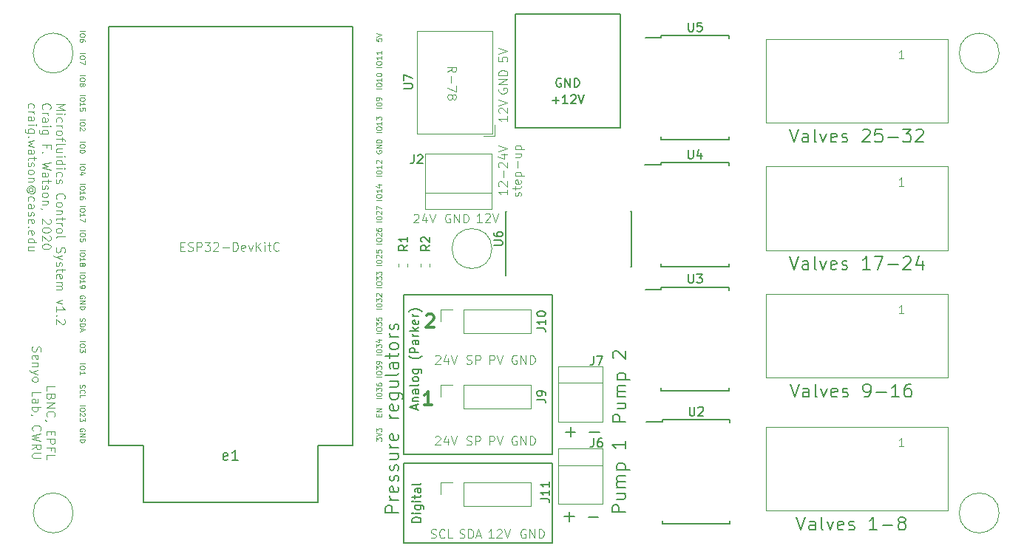
<source format=gto>
G04 #@! TF.GenerationSoftware,KiCad,Pcbnew,(5.1.5)-3*
G04 #@! TF.CreationDate,2020-03-04T17:55:08-05:00*
G04 #@! TF.ProjectId,ufcs,75666373-2e6b-4696-9361-645f70636258,rev?*
G04 #@! TF.SameCoordinates,Original*
G04 #@! TF.FileFunction,Legend,Top*
G04 #@! TF.FilePolarity,Positive*
%FSLAX46Y46*%
G04 Gerber Fmt 4.6, Leading zero omitted, Abs format (unit mm)*
G04 Created by KiCad (PCBNEW (5.1.5)-3) date 2020-03-04 17:55:08*
%MOMM*%
%LPD*%
G04 APERTURE LIST*
%ADD10C,0.200000*%
%ADD11C,0.120000*%
%ADD12C,0.300000*%
%ADD13C,0.150000*%
G04 APERTURE END LIST*
D10*
X130175000Y-146240500D02*
X130175000Y-137096500D01*
X147193000Y-146240500D02*
X130175000Y-146240500D01*
X147193000Y-144716500D02*
X147193000Y-146240500D01*
X147193000Y-137096500D02*
X147193000Y-144716500D01*
X130175000Y-137096500D02*
X147193000Y-137096500D01*
X130175000Y-136080500D02*
X130683000Y-136080500D01*
X130175000Y-117792500D02*
X130175000Y-136080500D01*
X147193000Y-136080500D02*
X130683000Y-136080500D01*
X147193000Y-117792500D02*
X147193000Y-136080500D01*
X130175000Y-117792500D02*
X147193000Y-117792500D01*
D11*
X144145095Y-144724500D02*
X144049857Y-144676880D01*
X143907000Y-144676880D01*
X143764142Y-144724500D01*
X143668904Y-144819738D01*
X143621285Y-144914976D01*
X143573666Y-145105452D01*
X143573666Y-145248309D01*
X143621285Y-145438785D01*
X143668904Y-145534023D01*
X143764142Y-145629261D01*
X143907000Y-145676880D01*
X144002238Y-145676880D01*
X144145095Y-145629261D01*
X144192714Y-145581642D01*
X144192714Y-145248309D01*
X144002238Y-145248309D01*
X144621285Y-145676880D02*
X144621285Y-144676880D01*
X145192714Y-145676880D01*
X145192714Y-144676880D01*
X145668904Y-145676880D02*
X145668904Y-144676880D01*
X145907000Y-144676880D01*
X146049857Y-144724500D01*
X146145095Y-144819738D01*
X146192714Y-144914976D01*
X146240333Y-145105452D01*
X146240333Y-145248309D01*
X146192714Y-145438785D01*
X146145095Y-145534023D01*
X146049857Y-145629261D01*
X145907000Y-145676880D01*
X145668904Y-145676880D01*
X140477952Y-145676880D02*
X139906523Y-145676880D01*
X140192238Y-145676880D02*
X140192238Y-144676880D01*
X140097000Y-144819738D01*
X140001761Y-144914976D01*
X139906523Y-144962595D01*
X140858904Y-144772119D02*
X140906523Y-144724500D01*
X141001761Y-144676880D01*
X141239857Y-144676880D01*
X141335095Y-144724500D01*
X141382714Y-144772119D01*
X141430333Y-144867357D01*
X141430333Y-144962595D01*
X141382714Y-145105452D01*
X140811285Y-145676880D01*
X141430333Y-145676880D01*
X141716047Y-144676880D02*
X142049380Y-145676880D01*
X142382714Y-144676880D01*
X136580714Y-145629261D02*
X136723571Y-145676880D01*
X136961666Y-145676880D01*
X137056904Y-145629261D01*
X137104523Y-145581642D01*
X137152142Y-145486404D01*
X137152142Y-145391166D01*
X137104523Y-145295928D01*
X137056904Y-145248309D01*
X136961666Y-145200690D01*
X136771190Y-145153071D01*
X136675952Y-145105452D01*
X136628333Y-145057833D01*
X136580714Y-144962595D01*
X136580714Y-144867357D01*
X136628333Y-144772119D01*
X136675952Y-144724500D01*
X136771190Y-144676880D01*
X137009285Y-144676880D01*
X137152142Y-144724500D01*
X137580714Y-145676880D02*
X137580714Y-144676880D01*
X137818809Y-144676880D01*
X137961666Y-144724500D01*
X138056904Y-144819738D01*
X138104523Y-144914976D01*
X138152142Y-145105452D01*
X138152142Y-145248309D01*
X138104523Y-145438785D01*
X138056904Y-145534023D01*
X137961666Y-145629261D01*
X137818809Y-145676880D01*
X137580714Y-145676880D01*
X138533095Y-145391166D02*
X139009285Y-145391166D01*
X138437857Y-145676880D02*
X138771190Y-144676880D01*
X139104523Y-145676880D01*
X133302523Y-145629261D02*
X133445380Y-145676880D01*
X133683476Y-145676880D01*
X133778714Y-145629261D01*
X133826333Y-145581642D01*
X133873952Y-145486404D01*
X133873952Y-145391166D01*
X133826333Y-145295928D01*
X133778714Y-145248309D01*
X133683476Y-145200690D01*
X133493000Y-145153071D01*
X133397761Y-145105452D01*
X133350142Y-145057833D01*
X133302523Y-144962595D01*
X133302523Y-144867357D01*
X133350142Y-144772119D01*
X133397761Y-144724500D01*
X133493000Y-144676880D01*
X133731095Y-144676880D01*
X133873952Y-144724500D01*
X134873952Y-145581642D02*
X134826333Y-145629261D01*
X134683476Y-145676880D01*
X134588238Y-145676880D01*
X134445380Y-145629261D01*
X134350142Y-145534023D01*
X134302523Y-145438785D01*
X134254904Y-145248309D01*
X134254904Y-145105452D01*
X134302523Y-144914976D01*
X134350142Y-144819738D01*
X134445380Y-144724500D01*
X134588238Y-144676880D01*
X134683476Y-144676880D01*
X134826333Y-144724500D01*
X134873952Y-144772119D01*
X135778714Y-145676880D02*
X135302523Y-145676880D01*
X135302523Y-144676880D01*
D10*
X132151380Y-143858976D02*
X131151380Y-143858976D01*
X131151380Y-143620880D01*
X131199000Y-143478023D01*
X131294238Y-143382785D01*
X131389476Y-143335166D01*
X131579952Y-143287547D01*
X131722809Y-143287547D01*
X131913285Y-143335166D01*
X132008523Y-143382785D01*
X132103761Y-143478023D01*
X132151380Y-143620880D01*
X132151380Y-143858976D01*
X132151380Y-142858976D02*
X131484714Y-142858976D01*
X131151380Y-142858976D02*
X131199000Y-142906595D01*
X131246619Y-142858976D01*
X131199000Y-142811357D01*
X131151380Y-142858976D01*
X131246619Y-142858976D01*
X131484714Y-141954214D02*
X132294238Y-141954214D01*
X132389476Y-142001833D01*
X132437095Y-142049452D01*
X132484714Y-142144690D01*
X132484714Y-142287547D01*
X132437095Y-142382785D01*
X132103761Y-141954214D02*
X132151380Y-142049452D01*
X132151380Y-142239928D01*
X132103761Y-142335166D01*
X132056142Y-142382785D01*
X131960904Y-142430404D01*
X131675190Y-142430404D01*
X131579952Y-142382785D01*
X131532333Y-142335166D01*
X131484714Y-142239928D01*
X131484714Y-142049452D01*
X131532333Y-141954214D01*
X132151380Y-141478023D02*
X131484714Y-141478023D01*
X131151380Y-141478023D02*
X131199000Y-141525642D01*
X131246619Y-141478023D01*
X131199000Y-141430404D01*
X131151380Y-141478023D01*
X131246619Y-141478023D01*
X131484714Y-141144690D02*
X131484714Y-140763738D01*
X131151380Y-141001833D02*
X132008523Y-141001833D01*
X132103761Y-140954214D01*
X132151380Y-140858976D01*
X132151380Y-140763738D01*
X132151380Y-140001833D02*
X131627571Y-140001833D01*
X131532333Y-140049452D01*
X131484714Y-140144690D01*
X131484714Y-140335166D01*
X131532333Y-140430404D01*
X132103761Y-140001833D02*
X132151380Y-140097071D01*
X132151380Y-140335166D01*
X132103761Y-140430404D01*
X132008523Y-140478023D01*
X131913285Y-140478023D01*
X131818047Y-140430404D01*
X131770428Y-140335166D01*
X131770428Y-140097071D01*
X131722809Y-140001833D01*
X132151380Y-139382785D02*
X132103761Y-139478023D01*
X132008523Y-139525642D01*
X131151380Y-139525642D01*
X131611666Y-130920404D02*
X131611666Y-130444214D01*
X131897380Y-131015642D02*
X130897380Y-130682309D01*
X131897380Y-130348976D01*
X131230714Y-130015642D02*
X131897380Y-130015642D01*
X131325952Y-130015642D02*
X131278333Y-129968023D01*
X131230714Y-129872785D01*
X131230714Y-129729928D01*
X131278333Y-129634690D01*
X131373571Y-129587071D01*
X131897380Y-129587071D01*
X131897380Y-128682309D02*
X131373571Y-128682309D01*
X131278333Y-128729928D01*
X131230714Y-128825166D01*
X131230714Y-129015642D01*
X131278333Y-129110880D01*
X131849761Y-128682309D02*
X131897380Y-128777547D01*
X131897380Y-129015642D01*
X131849761Y-129110880D01*
X131754523Y-129158500D01*
X131659285Y-129158500D01*
X131564047Y-129110880D01*
X131516428Y-129015642D01*
X131516428Y-128777547D01*
X131468809Y-128682309D01*
X131897380Y-128063261D02*
X131849761Y-128158500D01*
X131754523Y-128206119D01*
X130897380Y-128206119D01*
X131897380Y-127539452D02*
X131849761Y-127634690D01*
X131802142Y-127682309D01*
X131706904Y-127729928D01*
X131421190Y-127729928D01*
X131325952Y-127682309D01*
X131278333Y-127634690D01*
X131230714Y-127539452D01*
X131230714Y-127396595D01*
X131278333Y-127301357D01*
X131325952Y-127253738D01*
X131421190Y-127206119D01*
X131706904Y-127206119D01*
X131802142Y-127253738D01*
X131849761Y-127301357D01*
X131897380Y-127396595D01*
X131897380Y-127539452D01*
X131230714Y-126348976D02*
X132040238Y-126348976D01*
X132135476Y-126396595D01*
X132183095Y-126444214D01*
X132230714Y-126539452D01*
X132230714Y-126682309D01*
X132183095Y-126777547D01*
X131849761Y-126348976D02*
X131897380Y-126444214D01*
X131897380Y-126634690D01*
X131849761Y-126729928D01*
X131802142Y-126777547D01*
X131706904Y-126825166D01*
X131421190Y-126825166D01*
X131325952Y-126777547D01*
X131278333Y-126729928D01*
X131230714Y-126634690D01*
X131230714Y-126444214D01*
X131278333Y-126348976D01*
X132278333Y-124825166D02*
X132230714Y-124872785D01*
X132087857Y-124968023D01*
X131992619Y-125015642D01*
X131849761Y-125063261D01*
X131611666Y-125110880D01*
X131421190Y-125110880D01*
X131183095Y-125063261D01*
X131040238Y-125015642D01*
X130945000Y-124968023D01*
X130802142Y-124872785D01*
X130754523Y-124825166D01*
X131897380Y-124444214D02*
X130897380Y-124444214D01*
X130897380Y-124063261D01*
X130945000Y-123968023D01*
X130992619Y-123920404D01*
X131087857Y-123872785D01*
X131230714Y-123872785D01*
X131325952Y-123920404D01*
X131373571Y-123968023D01*
X131421190Y-124063261D01*
X131421190Y-124444214D01*
X131897380Y-123015642D02*
X131373571Y-123015642D01*
X131278333Y-123063261D01*
X131230714Y-123158500D01*
X131230714Y-123348976D01*
X131278333Y-123444214D01*
X131849761Y-123015642D02*
X131897380Y-123110880D01*
X131897380Y-123348976D01*
X131849761Y-123444214D01*
X131754523Y-123491833D01*
X131659285Y-123491833D01*
X131564047Y-123444214D01*
X131516428Y-123348976D01*
X131516428Y-123110880D01*
X131468809Y-123015642D01*
X131897380Y-122539452D02*
X131230714Y-122539452D01*
X131421190Y-122539452D02*
X131325952Y-122491833D01*
X131278333Y-122444214D01*
X131230714Y-122348976D01*
X131230714Y-122253738D01*
X131897380Y-121920404D02*
X130897380Y-121920404D01*
X131516428Y-121825166D02*
X131897380Y-121539452D01*
X131230714Y-121539452D02*
X131611666Y-121920404D01*
X131849761Y-120729928D02*
X131897380Y-120825166D01*
X131897380Y-121015642D01*
X131849761Y-121110880D01*
X131754523Y-121158500D01*
X131373571Y-121158500D01*
X131278333Y-121110880D01*
X131230714Y-121015642D01*
X131230714Y-120825166D01*
X131278333Y-120729928D01*
X131373571Y-120682309D01*
X131468809Y-120682309D01*
X131564047Y-121158500D01*
X131897380Y-120253738D02*
X131230714Y-120253738D01*
X131421190Y-120253738D02*
X131325952Y-120206119D01*
X131278333Y-120158500D01*
X131230714Y-120063261D01*
X131230714Y-119968023D01*
X132278333Y-119729928D02*
X132230714Y-119682309D01*
X132087857Y-119587071D01*
X131992619Y-119539452D01*
X131849761Y-119491833D01*
X131611666Y-119444214D01*
X131421190Y-119444214D01*
X131183095Y-119491833D01*
X131040238Y-119539452D01*
X130945000Y-119587071D01*
X130802142Y-119682309D01*
X130754523Y-119729928D01*
X129583571Y-142802214D02*
X128083571Y-142802214D01*
X128083571Y-142230785D01*
X128155000Y-142087928D01*
X128226428Y-142016500D01*
X128369285Y-141945071D01*
X128583571Y-141945071D01*
X128726428Y-142016500D01*
X128797857Y-142087928D01*
X128869285Y-142230785D01*
X128869285Y-142802214D01*
X129583571Y-141302214D02*
X128583571Y-141302214D01*
X128869285Y-141302214D02*
X128726428Y-141230785D01*
X128655000Y-141159357D01*
X128583571Y-141016500D01*
X128583571Y-140873642D01*
X129512142Y-139802214D02*
X129583571Y-139945071D01*
X129583571Y-140230785D01*
X129512142Y-140373642D01*
X129369285Y-140445071D01*
X128797857Y-140445071D01*
X128655000Y-140373642D01*
X128583571Y-140230785D01*
X128583571Y-139945071D01*
X128655000Y-139802214D01*
X128797857Y-139730785D01*
X128940714Y-139730785D01*
X129083571Y-140445071D01*
X129512142Y-139159357D02*
X129583571Y-139016500D01*
X129583571Y-138730785D01*
X129512142Y-138587928D01*
X129369285Y-138516500D01*
X129297857Y-138516500D01*
X129155000Y-138587928D01*
X129083571Y-138730785D01*
X129083571Y-138945071D01*
X129012142Y-139087928D01*
X128869285Y-139159357D01*
X128797857Y-139159357D01*
X128655000Y-139087928D01*
X128583571Y-138945071D01*
X128583571Y-138730785D01*
X128655000Y-138587928D01*
X129512142Y-137945071D02*
X129583571Y-137802214D01*
X129583571Y-137516500D01*
X129512142Y-137373642D01*
X129369285Y-137302214D01*
X129297857Y-137302214D01*
X129155000Y-137373642D01*
X129083571Y-137516500D01*
X129083571Y-137730785D01*
X129012142Y-137873642D01*
X128869285Y-137945071D01*
X128797857Y-137945071D01*
X128655000Y-137873642D01*
X128583571Y-137730785D01*
X128583571Y-137516500D01*
X128655000Y-137373642D01*
X128583571Y-136016500D02*
X129583571Y-136016500D01*
X128583571Y-136659357D02*
X129369285Y-136659357D01*
X129512142Y-136587928D01*
X129583571Y-136445071D01*
X129583571Y-136230785D01*
X129512142Y-136087928D01*
X129440714Y-136016500D01*
X129583571Y-135302214D02*
X128583571Y-135302214D01*
X128869285Y-135302214D02*
X128726428Y-135230785D01*
X128655000Y-135159357D01*
X128583571Y-135016500D01*
X128583571Y-134873642D01*
X129512142Y-133802214D02*
X129583571Y-133945071D01*
X129583571Y-134230785D01*
X129512142Y-134373642D01*
X129369285Y-134445071D01*
X128797857Y-134445071D01*
X128655000Y-134373642D01*
X128583571Y-134230785D01*
X128583571Y-133945071D01*
X128655000Y-133802214D01*
X128797857Y-133730785D01*
X128940714Y-133730785D01*
X129083571Y-134445071D01*
X129583571Y-131945071D02*
X128583571Y-131945071D01*
X128869285Y-131945071D02*
X128726428Y-131873642D01*
X128655000Y-131802214D01*
X128583571Y-131659357D01*
X128583571Y-131516500D01*
X129512142Y-130445071D02*
X129583571Y-130587928D01*
X129583571Y-130873642D01*
X129512142Y-131016500D01*
X129369285Y-131087928D01*
X128797857Y-131087928D01*
X128655000Y-131016500D01*
X128583571Y-130873642D01*
X128583571Y-130587928D01*
X128655000Y-130445071D01*
X128797857Y-130373642D01*
X128940714Y-130373642D01*
X129083571Y-131087928D01*
X128583571Y-129087928D02*
X129797857Y-129087928D01*
X129940714Y-129159357D01*
X130012142Y-129230785D01*
X130083571Y-129373642D01*
X130083571Y-129587928D01*
X130012142Y-129730785D01*
X129512142Y-129087928D02*
X129583571Y-129230785D01*
X129583571Y-129516500D01*
X129512142Y-129659357D01*
X129440714Y-129730785D01*
X129297857Y-129802214D01*
X128869285Y-129802214D01*
X128726428Y-129730785D01*
X128655000Y-129659357D01*
X128583571Y-129516500D01*
X128583571Y-129230785D01*
X128655000Y-129087928D01*
X128583571Y-127730785D02*
X129583571Y-127730785D01*
X128583571Y-128373642D02*
X129369285Y-128373642D01*
X129512142Y-128302214D01*
X129583571Y-128159357D01*
X129583571Y-127945071D01*
X129512142Y-127802214D01*
X129440714Y-127730785D01*
X129583571Y-126802214D02*
X129512142Y-126945071D01*
X129369285Y-127016500D01*
X128083571Y-127016500D01*
X129583571Y-125587928D02*
X128797857Y-125587928D01*
X128655000Y-125659357D01*
X128583571Y-125802214D01*
X128583571Y-126087928D01*
X128655000Y-126230785D01*
X129512142Y-125587928D02*
X129583571Y-125730785D01*
X129583571Y-126087928D01*
X129512142Y-126230785D01*
X129369285Y-126302214D01*
X129226428Y-126302214D01*
X129083571Y-126230785D01*
X129012142Y-126087928D01*
X129012142Y-125730785D01*
X128940714Y-125587928D01*
X128583571Y-125087928D02*
X128583571Y-124516500D01*
X128083571Y-124873642D02*
X129369285Y-124873642D01*
X129512142Y-124802214D01*
X129583571Y-124659357D01*
X129583571Y-124516500D01*
X129583571Y-123802214D02*
X129512142Y-123945071D01*
X129440714Y-124016500D01*
X129297857Y-124087928D01*
X128869285Y-124087928D01*
X128726428Y-124016500D01*
X128655000Y-123945071D01*
X128583571Y-123802214D01*
X128583571Y-123587928D01*
X128655000Y-123445071D01*
X128726428Y-123373642D01*
X128869285Y-123302214D01*
X129297857Y-123302214D01*
X129440714Y-123373642D01*
X129512142Y-123445071D01*
X129583571Y-123587928D01*
X129583571Y-123802214D01*
X129583571Y-122659357D02*
X128583571Y-122659357D01*
X128869285Y-122659357D02*
X128726428Y-122587928D01*
X128655000Y-122516500D01*
X128583571Y-122373642D01*
X128583571Y-122230785D01*
X129512142Y-121802214D02*
X129583571Y-121659357D01*
X129583571Y-121373642D01*
X129512142Y-121230785D01*
X129369285Y-121159357D01*
X129297857Y-121159357D01*
X129155000Y-121230785D01*
X129083571Y-121373642D01*
X129083571Y-121587928D01*
X129012142Y-121730785D01*
X128869285Y-121802214D01*
X128797857Y-121802214D01*
X128655000Y-121730785D01*
X128583571Y-121587928D01*
X128583571Y-121373642D01*
X128655000Y-121230785D01*
D11*
X142009380Y-105758976D02*
X142009380Y-106330404D01*
X142009380Y-106044690D02*
X141009380Y-106044690D01*
X141152238Y-106139928D01*
X141247476Y-106235166D01*
X141295095Y-106330404D01*
X141104619Y-105378023D02*
X141057000Y-105330404D01*
X141009380Y-105235166D01*
X141009380Y-104997071D01*
X141057000Y-104901833D01*
X141104619Y-104854214D01*
X141199857Y-104806595D01*
X141295095Y-104806595D01*
X141437952Y-104854214D01*
X142009380Y-105425642D01*
X142009380Y-104806595D01*
X141628428Y-104378023D02*
X141628428Y-103616119D01*
X141104619Y-103187547D02*
X141057000Y-103139928D01*
X141009380Y-103044690D01*
X141009380Y-102806595D01*
X141057000Y-102711357D01*
X141104619Y-102663738D01*
X141199857Y-102616119D01*
X141295095Y-102616119D01*
X141437952Y-102663738D01*
X142009380Y-103235166D01*
X142009380Y-102616119D01*
X141342714Y-101758976D02*
X142009380Y-101758976D01*
X140961761Y-101997071D02*
X141676047Y-102235166D01*
X141676047Y-101616119D01*
X141009380Y-101378023D02*
X142009380Y-101044690D01*
X141009380Y-100711357D01*
X143581761Y-106473261D02*
X143629380Y-106378023D01*
X143629380Y-106187547D01*
X143581761Y-106092309D01*
X143486523Y-106044690D01*
X143438904Y-106044690D01*
X143343666Y-106092309D01*
X143296047Y-106187547D01*
X143296047Y-106330404D01*
X143248428Y-106425642D01*
X143153190Y-106473261D01*
X143105571Y-106473261D01*
X143010333Y-106425642D01*
X142962714Y-106330404D01*
X142962714Y-106187547D01*
X143010333Y-106092309D01*
X142962714Y-105758976D02*
X142962714Y-105378023D01*
X142629380Y-105616119D02*
X143486523Y-105616119D01*
X143581761Y-105568500D01*
X143629380Y-105473261D01*
X143629380Y-105378023D01*
X143581761Y-104663738D02*
X143629380Y-104758976D01*
X143629380Y-104949452D01*
X143581761Y-105044690D01*
X143486523Y-105092309D01*
X143105571Y-105092309D01*
X143010333Y-105044690D01*
X142962714Y-104949452D01*
X142962714Y-104758976D01*
X143010333Y-104663738D01*
X143105571Y-104616119D01*
X143200809Y-104616119D01*
X143296047Y-105092309D01*
X142962714Y-104187547D02*
X143962714Y-104187547D01*
X143010333Y-104187547D02*
X142962714Y-104092309D01*
X142962714Y-103901833D01*
X143010333Y-103806595D01*
X143057952Y-103758976D01*
X143153190Y-103711357D01*
X143438904Y-103711357D01*
X143534142Y-103758976D01*
X143581761Y-103806595D01*
X143629380Y-103901833D01*
X143629380Y-104092309D01*
X143581761Y-104187547D01*
X143248428Y-103282785D02*
X143248428Y-102520880D01*
X142962714Y-101616119D02*
X143629380Y-101616119D01*
X142962714Y-102044690D02*
X143486523Y-102044690D01*
X143581761Y-101997071D01*
X143629380Y-101901833D01*
X143629380Y-101758976D01*
X143581761Y-101663738D01*
X143534142Y-101616119D01*
X142962714Y-101139928D02*
X143962714Y-101139928D01*
X143010333Y-101139928D02*
X142962714Y-101044690D01*
X142962714Y-100854214D01*
X143010333Y-100758976D01*
X143057952Y-100711357D01*
X143153190Y-100663738D01*
X143438904Y-100663738D01*
X143534142Y-100711357D01*
X143581761Y-100758976D01*
X143629380Y-100854214D01*
X143629380Y-101044690D01*
X143581761Y-101139928D01*
X89257619Y-128812119D02*
X89257619Y-128335928D01*
X90257619Y-128335928D01*
X89781428Y-129478785D02*
X89733809Y-129621642D01*
X89686190Y-129669261D01*
X89590952Y-129716880D01*
X89448095Y-129716880D01*
X89352857Y-129669261D01*
X89305238Y-129621642D01*
X89257619Y-129526404D01*
X89257619Y-129145452D01*
X90257619Y-129145452D01*
X90257619Y-129478785D01*
X90210000Y-129574023D01*
X90162380Y-129621642D01*
X90067142Y-129669261D01*
X89971904Y-129669261D01*
X89876666Y-129621642D01*
X89829047Y-129574023D01*
X89781428Y-129478785D01*
X89781428Y-129145452D01*
X89257619Y-130145452D02*
X90257619Y-130145452D01*
X89257619Y-130716880D01*
X90257619Y-130716880D01*
X89352857Y-131764500D02*
X89305238Y-131716880D01*
X89257619Y-131574023D01*
X89257619Y-131478785D01*
X89305238Y-131335928D01*
X89400476Y-131240690D01*
X89495714Y-131193071D01*
X89686190Y-131145452D01*
X89829047Y-131145452D01*
X90019523Y-131193071D01*
X90114761Y-131240690D01*
X90210000Y-131335928D01*
X90257619Y-131478785D01*
X90257619Y-131574023D01*
X90210000Y-131716880D01*
X90162380Y-131764500D01*
X89305238Y-132240690D02*
X89257619Y-132240690D01*
X89162380Y-132193071D01*
X89114761Y-132145452D01*
X89781428Y-133431166D02*
X89781428Y-133764500D01*
X89257619Y-133907357D02*
X89257619Y-133431166D01*
X90257619Y-133431166D01*
X90257619Y-133907357D01*
X89257619Y-134335928D02*
X90257619Y-134335928D01*
X90257619Y-134716880D01*
X90210000Y-134812119D01*
X90162380Y-134859738D01*
X90067142Y-134907357D01*
X89924285Y-134907357D01*
X89829047Y-134859738D01*
X89781428Y-134812119D01*
X89733809Y-134716880D01*
X89733809Y-134335928D01*
X89781428Y-135669261D02*
X89781428Y-135335928D01*
X89257619Y-135335928D02*
X90257619Y-135335928D01*
X90257619Y-135812119D01*
X89257619Y-136669261D02*
X89257619Y-136193071D01*
X90257619Y-136193071D01*
X87685238Y-123764500D02*
X87637619Y-123907357D01*
X87637619Y-124145452D01*
X87685238Y-124240690D01*
X87732857Y-124288309D01*
X87828095Y-124335928D01*
X87923333Y-124335928D01*
X88018571Y-124288309D01*
X88066190Y-124240690D01*
X88113809Y-124145452D01*
X88161428Y-123954976D01*
X88209047Y-123859738D01*
X88256666Y-123812119D01*
X88351904Y-123764500D01*
X88447142Y-123764500D01*
X88542380Y-123812119D01*
X88590000Y-123859738D01*
X88637619Y-123954976D01*
X88637619Y-124193071D01*
X88590000Y-124335928D01*
X87685238Y-125145452D02*
X87637619Y-125050214D01*
X87637619Y-124859738D01*
X87685238Y-124764500D01*
X87780476Y-124716880D01*
X88161428Y-124716880D01*
X88256666Y-124764500D01*
X88304285Y-124859738D01*
X88304285Y-125050214D01*
X88256666Y-125145452D01*
X88161428Y-125193071D01*
X88066190Y-125193071D01*
X87970952Y-124716880D01*
X88304285Y-125621642D02*
X87637619Y-125621642D01*
X88209047Y-125621642D02*
X88256666Y-125669261D01*
X88304285Y-125764500D01*
X88304285Y-125907357D01*
X88256666Y-126002595D01*
X88161428Y-126050214D01*
X87637619Y-126050214D01*
X88304285Y-126431166D02*
X87637619Y-126669261D01*
X88304285Y-126907357D02*
X87637619Y-126669261D01*
X87399523Y-126574023D01*
X87351904Y-126526404D01*
X87304285Y-126431166D01*
X87637619Y-127431166D02*
X87685238Y-127335928D01*
X87732857Y-127288309D01*
X87828095Y-127240690D01*
X88113809Y-127240690D01*
X88209047Y-127288309D01*
X88256666Y-127335928D01*
X88304285Y-127431166D01*
X88304285Y-127574023D01*
X88256666Y-127669261D01*
X88209047Y-127716880D01*
X88113809Y-127764500D01*
X87828095Y-127764500D01*
X87732857Y-127716880D01*
X87685238Y-127669261D01*
X87637619Y-127574023D01*
X87637619Y-127431166D01*
X87637619Y-129431166D02*
X87637619Y-128954976D01*
X88637619Y-128954976D01*
X87637619Y-130193071D02*
X88161428Y-130193071D01*
X88256666Y-130145452D01*
X88304285Y-130050214D01*
X88304285Y-129859738D01*
X88256666Y-129764500D01*
X87685238Y-130193071D02*
X87637619Y-130097833D01*
X87637619Y-129859738D01*
X87685238Y-129764500D01*
X87780476Y-129716880D01*
X87875714Y-129716880D01*
X87970952Y-129764500D01*
X88018571Y-129859738D01*
X88018571Y-130097833D01*
X88066190Y-130193071D01*
X87637619Y-130669261D02*
X88637619Y-130669261D01*
X88256666Y-130669261D02*
X88304285Y-130764500D01*
X88304285Y-130954976D01*
X88256666Y-131050214D01*
X88209047Y-131097833D01*
X88113809Y-131145452D01*
X87828095Y-131145452D01*
X87732857Y-131097833D01*
X87685238Y-131050214D01*
X87637619Y-130954976D01*
X87637619Y-130764500D01*
X87685238Y-130669261D01*
X87685238Y-131621642D02*
X87637619Y-131621642D01*
X87542380Y-131574023D01*
X87494761Y-131526404D01*
X87732857Y-133383547D02*
X87685238Y-133335928D01*
X87637619Y-133193071D01*
X87637619Y-133097833D01*
X87685238Y-132954976D01*
X87780476Y-132859738D01*
X87875714Y-132812119D01*
X88066190Y-132764500D01*
X88209047Y-132764500D01*
X88399523Y-132812119D01*
X88494761Y-132859738D01*
X88590000Y-132954976D01*
X88637619Y-133097833D01*
X88637619Y-133193071D01*
X88590000Y-133335928D01*
X88542380Y-133383547D01*
X88637619Y-133716880D02*
X87637619Y-133954976D01*
X88351904Y-134145452D01*
X87637619Y-134335928D01*
X88637619Y-134574023D01*
X87637619Y-135526404D02*
X88113809Y-135193071D01*
X87637619Y-134954976D02*
X88637619Y-134954976D01*
X88637619Y-135335928D01*
X88590000Y-135431166D01*
X88542380Y-135478785D01*
X88447142Y-135526404D01*
X88304285Y-135526404D01*
X88209047Y-135478785D01*
X88161428Y-135431166D01*
X88113809Y-135335928D01*
X88113809Y-134954976D01*
X88637619Y-135954976D02*
X87828095Y-135954976D01*
X87732857Y-136002595D01*
X87685238Y-136050214D01*
X87637619Y-136145452D01*
X87637619Y-136335928D01*
X87685238Y-136431166D01*
X87732857Y-136478785D01*
X87828095Y-136526404D01*
X88637619Y-136526404D01*
D10*
X148209095Y-93035500D02*
X148113857Y-92987880D01*
X147971000Y-92987880D01*
X147828142Y-93035500D01*
X147732904Y-93130738D01*
X147685285Y-93225976D01*
X147637666Y-93416452D01*
X147637666Y-93559309D01*
X147685285Y-93749785D01*
X147732904Y-93845023D01*
X147828142Y-93940261D01*
X147971000Y-93987880D01*
X148066238Y-93987880D01*
X148209095Y-93940261D01*
X148256714Y-93892642D01*
X148256714Y-93559309D01*
X148066238Y-93559309D01*
X148685285Y-93987880D02*
X148685285Y-92987880D01*
X149256714Y-93987880D01*
X149256714Y-92987880D01*
X149732904Y-93987880D02*
X149732904Y-92987880D01*
X149971000Y-92987880D01*
X150113857Y-93035500D01*
X150209095Y-93130738D01*
X150256714Y-93225976D01*
X150304333Y-93416452D01*
X150304333Y-93559309D01*
X150256714Y-93749785D01*
X150209095Y-93845023D01*
X150113857Y-93940261D01*
X149971000Y-93987880D01*
X149732904Y-93987880D01*
X147209095Y-95511928D02*
X147971000Y-95511928D01*
X147590047Y-95892880D02*
X147590047Y-95130976D01*
X148971000Y-95892880D02*
X148399571Y-95892880D01*
X148685285Y-95892880D02*
X148685285Y-94892880D01*
X148590047Y-95035738D01*
X148494809Y-95130976D01*
X148399571Y-95178595D01*
X149351952Y-94988119D02*
X149399571Y-94940500D01*
X149494809Y-94892880D01*
X149732904Y-94892880D01*
X149828142Y-94940500D01*
X149875761Y-94988119D01*
X149923380Y-95083357D01*
X149923380Y-95178595D01*
X149875761Y-95321452D01*
X149304333Y-95892880D01*
X149923380Y-95892880D01*
X150209095Y-94892880D02*
X150542428Y-95892880D01*
X150875761Y-94892880D01*
D11*
X104640761Y-112260071D02*
X104974095Y-112260071D01*
X105116952Y-112783880D02*
X104640761Y-112783880D01*
X104640761Y-111783880D01*
X105116952Y-111783880D01*
X105497904Y-112736261D02*
X105640761Y-112783880D01*
X105878857Y-112783880D01*
X105974095Y-112736261D01*
X106021714Y-112688642D01*
X106069333Y-112593404D01*
X106069333Y-112498166D01*
X106021714Y-112402928D01*
X105974095Y-112355309D01*
X105878857Y-112307690D01*
X105688380Y-112260071D01*
X105593142Y-112212452D01*
X105545523Y-112164833D01*
X105497904Y-112069595D01*
X105497904Y-111974357D01*
X105545523Y-111879119D01*
X105593142Y-111831500D01*
X105688380Y-111783880D01*
X105926476Y-111783880D01*
X106069333Y-111831500D01*
X106497904Y-112783880D02*
X106497904Y-111783880D01*
X106878857Y-111783880D01*
X106974095Y-111831500D01*
X107021714Y-111879119D01*
X107069333Y-111974357D01*
X107069333Y-112117214D01*
X107021714Y-112212452D01*
X106974095Y-112260071D01*
X106878857Y-112307690D01*
X106497904Y-112307690D01*
X107402666Y-111783880D02*
X108021714Y-111783880D01*
X107688380Y-112164833D01*
X107831238Y-112164833D01*
X107926476Y-112212452D01*
X107974095Y-112260071D01*
X108021714Y-112355309D01*
X108021714Y-112593404D01*
X107974095Y-112688642D01*
X107926476Y-112736261D01*
X107831238Y-112783880D01*
X107545523Y-112783880D01*
X107450285Y-112736261D01*
X107402666Y-112688642D01*
X108402666Y-111879119D02*
X108450285Y-111831500D01*
X108545523Y-111783880D01*
X108783619Y-111783880D01*
X108878857Y-111831500D01*
X108926476Y-111879119D01*
X108974095Y-111974357D01*
X108974095Y-112069595D01*
X108926476Y-112212452D01*
X108355047Y-112783880D01*
X108974095Y-112783880D01*
X109402666Y-112402928D02*
X110164571Y-112402928D01*
X110640761Y-112783880D02*
X110640761Y-111783880D01*
X110878857Y-111783880D01*
X111021714Y-111831500D01*
X111116952Y-111926738D01*
X111164571Y-112021976D01*
X111212190Y-112212452D01*
X111212190Y-112355309D01*
X111164571Y-112545785D01*
X111116952Y-112641023D01*
X111021714Y-112736261D01*
X110878857Y-112783880D01*
X110640761Y-112783880D01*
X112021714Y-112736261D02*
X111926476Y-112783880D01*
X111736000Y-112783880D01*
X111640761Y-112736261D01*
X111593142Y-112641023D01*
X111593142Y-112260071D01*
X111640761Y-112164833D01*
X111736000Y-112117214D01*
X111926476Y-112117214D01*
X112021714Y-112164833D01*
X112069333Y-112260071D01*
X112069333Y-112355309D01*
X111593142Y-112450547D01*
X112402666Y-112117214D02*
X112640761Y-112783880D01*
X112878857Y-112117214D01*
X113259809Y-112783880D02*
X113259809Y-111783880D01*
X113831238Y-112783880D02*
X113402666Y-112212452D01*
X113831238Y-111783880D02*
X113259809Y-112355309D01*
X114259809Y-112783880D02*
X114259809Y-112117214D01*
X114259809Y-111783880D02*
X114212190Y-111831500D01*
X114259809Y-111879119D01*
X114307428Y-111831500D01*
X114259809Y-111783880D01*
X114259809Y-111879119D01*
X114593142Y-112117214D02*
X114974095Y-112117214D01*
X114736000Y-111783880D02*
X114736000Y-112641023D01*
X114783619Y-112736261D01*
X114878857Y-112783880D01*
X114974095Y-112783880D01*
X115878857Y-112688642D02*
X115831238Y-112736261D01*
X115688380Y-112783880D01*
X115593142Y-112783880D01*
X115450285Y-112736261D01*
X115355047Y-112641023D01*
X115307428Y-112545785D01*
X115259809Y-112355309D01*
X115259809Y-112212452D01*
X115307428Y-112021976D01*
X115355047Y-111926738D01*
X115450285Y-111831500D01*
X115593142Y-111783880D01*
X115688380Y-111783880D01*
X115831238Y-111831500D01*
X115878857Y-111879119D01*
X90385119Y-95947095D02*
X91385119Y-95947095D01*
X90670833Y-96280428D01*
X91385119Y-96613761D01*
X90385119Y-96613761D01*
X90385119Y-97089952D02*
X91051785Y-97089952D01*
X91385119Y-97089952D02*
X91337500Y-97042333D01*
X91289880Y-97089952D01*
X91337500Y-97137571D01*
X91385119Y-97089952D01*
X91289880Y-97089952D01*
X90432738Y-97994714D02*
X90385119Y-97899476D01*
X90385119Y-97709000D01*
X90432738Y-97613761D01*
X90480357Y-97566142D01*
X90575595Y-97518523D01*
X90861309Y-97518523D01*
X90956547Y-97566142D01*
X91004166Y-97613761D01*
X91051785Y-97709000D01*
X91051785Y-97899476D01*
X91004166Y-97994714D01*
X90385119Y-98423285D02*
X91051785Y-98423285D01*
X90861309Y-98423285D02*
X90956547Y-98470904D01*
X91004166Y-98518523D01*
X91051785Y-98613761D01*
X91051785Y-98709000D01*
X90385119Y-99185190D02*
X90432738Y-99089952D01*
X90480357Y-99042333D01*
X90575595Y-98994714D01*
X90861309Y-98994714D01*
X90956547Y-99042333D01*
X91004166Y-99089952D01*
X91051785Y-99185190D01*
X91051785Y-99328047D01*
X91004166Y-99423285D01*
X90956547Y-99470904D01*
X90861309Y-99518523D01*
X90575595Y-99518523D01*
X90480357Y-99470904D01*
X90432738Y-99423285D01*
X90385119Y-99328047D01*
X90385119Y-99185190D01*
X91051785Y-99804238D02*
X91051785Y-100185190D01*
X90385119Y-99947095D02*
X91242261Y-99947095D01*
X91337500Y-99994714D01*
X91385119Y-100089952D01*
X91385119Y-100185190D01*
X90385119Y-100661380D02*
X90432738Y-100566142D01*
X90527976Y-100518523D01*
X91385119Y-100518523D01*
X91051785Y-101470904D02*
X90385119Y-101470904D01*
X91051785Y-101042333D02*
X90527976Y-101042333D01*
X90432738Y-101089952D01*
X90385119Y-101185190D01*
X90385119Y-101328047D01*
X90432738Y-101423285D01*
X90480357Y-101470904D01*
X90385119Y-101947095D02*
X91051785Y-101947095D01*
X91385119Y-101947095D02*
X91337500Y-101899476D01*
X91289880Y-101947095D01*
X91337500Y-101994714D01*
X91385119Y-101947095D01*
X91289880Y-101947095D01*
X90385119Y-102851857D02*
X91385119Y-102851857D01*
X90432738Y-102851857D02*
X90385119Y-102756619D01*
X90385119Y-102566142D01*
X90432738Y-102470904D01*
X90480357Y-102423285D01*
X90575595Y-102375666D01*
X90861309Y-102375666D01*
X90956547Y-102423285D01*
X91004166Y-102470904D01*
X91051785Y-102566142D01*
X91051785Y-102756619D01*
X91004166Y-102851857D01*
X90385119Y-103328047D02*
X91051785Y-103328047D01*
X91385119Y-103328047D02*
X91337500Y-103280428D01*
X91289880Y-103328047D01*
X91337500Y-103375666D01*
X91385119Y-103328047D01*
X91289880Y-103328047D01*
X90432738Y-104232809D02*
X90385119Y-104137571D01*
X90385119Y-103947095D01*
X90432738Y-103851857D01*
X90480357Y-103804238D01*
X90575595Y-103756619D01*
X90861309Y-103756619D01*
X90956547Y-103804238D01*
X91004166Y-103851857D01*
X91051785Y-103947095D01*
X91051785Y-104137571D01*
X91004166Y-104232809D01*
X90432738Y-104613761D02*
X90385119Y-104709000D01*
X90385119Y-104899476D01*
X90432738Y-104994714D01*
X90527976Y-105042333D01*
X90575595Y-105042333D01*
X90670833Y-104994714D01*
X90718452Y-104899476D01*
X90718452Y-104756619D01*
X90766071Y-104661380D01*
X90861309Y-104613761D01*
X90908928Y-104613761D01*
X91004166Y-104661380D01*
X91051785Y-104756619D01*
X91051785Y-104899476D01*
X91004166Y-104994714D01*
X90480357Y-106804238D02*
X90432738Y-106756619D01*
X90385119Y-106613761D01*
X90385119Y-106518523D01*
X90432738Y-106375666D01*
X90527976Y-106280428D01*
X90623214Y-106232809D01*
X90813690Y-106185190D01*
X90956547Y-106185190D01*
X91147023Y-106232809D01*
X91242261Y-106280428D01*
X91337500Y-106375666D01*
X91385119Y-106518523D01*
X91385119Y-106613761D01*
X91337500Y-106756619D01*
X91289880Y-106804238D01*
X90385119Y-107375666D02*
X90432738Y-107280428D01*
X90480357Y-107232809D01*
X90575595Y-107185190D01*
X90861309Y-107185190D01*
X90956547Y-107232809D01*
X91004166Y-107280428D01*
X91051785Y-107375666D01*
X91051785Y-107518523D01*
X91004166Y-107613761D01*
X90956547Y-107661380D01*
X90861309Y-107709000D01*
X90575595Y-107709000D01*
X90480357Y-107661380D01*
X90432738Y-107613761D01*
X90385119Y-107518523D01*
X90385119Y-107375666D01*
X91051785Y-108137571D02*
X90385119Y-108137571D01*
X90956547Y-108137571D02*
X91004166Y-108185190D01*
X91051785Y-108280428D01*
X91051785Y-108423285D01*
X91004166Y-108518523D01*
X90908928Y-108566142D01*
X90385119Y-108566142D01*
X91051785Y-108899476D02*
X91051785Y-109280428D01*
X91385119Y-109042333D02*
X90527976Y-109042333D01*
X90432738Y-109089952D01*
X90385119Y-109185190D01*
X90385119Y-109280428D01*
X90385119Y-109613761D02*
X91051785Y-109613761D01*
X90861309Y-109613761D02*
X90956547Y-109661380D01*
X91004166Y-109709000D01*
X91051785Y-109804238D01*
X91051785Y-109899476D01*
X90385119Y-110375666D02*
X90432738Y-110280428D01*
X90480357Y-110232809D01*
X90575595Y-110185190D01*
X90861309Y-110185190D01*
X90956547Y-110232809D01*
X91004166Y-110280428D01*
X91051785Y-110375666D01*
X91051785Y-110518523D01*
X91004166Y-110613761D01*
X90956547Y-110661380D01*
X90861309Y-110709000D01*
X90575595Y-110709000D01*
X90480357Y-110661380D01*
X90432738Y-110613761D01*
X90385119Y-110518523D01*
X90385119Y-110375666D01*
X90385119Y-111280428D02*
X90432738Y-111185190D01*
X90527976Y-111137571D01*
X91385119Y-111137571D01*
X90432738Y-112375666D02*
X90385119Y-112518523D01*
X90385119Y-112756619D01*
X90432738Y-112851857D01*
X90480357Y-112899476D01*
X90575595Y-112947095D01*
X90670833Y-112947095D01*
X90766071Y-112899476D01*
X90813690Y-112851857D01*
X90861309Y-112756619D01*
X90908928Y-112566142D01*
X90956547Y-112470904D01*
X91004166Y-112423285D01*
X91099404Y-112375666D01*
X91194642Y-112375666D01*
X91289880Y-112423285D01*
X91337500Y-112470904D01*
X91385119Y-112566142D01*
X91385119Y-112804238D01*
X91337500Y-112947095D01*
X91051785Y-113280428D02*
X90385119Y-113518523D01*
X91051785Y-113756619D02*
X90385119Y-113518523D01*
X90147023Y-113423285D01*
X90099404Y-113375666D01*
X90051785Y-113280428D01*
X90432738Y-114089952D02*
X90385119Y-114185190D01*
X90385119Y-114375666D01*
X90432738Y-114470904D01*
X90527976Y-114518523D01*
X90575595Y-114518523D01*
X90670833Y-114470904D01*
X90718452Y-114375666D01*
X90718452Y-114232809D01*
X90766071Y-114137571D01*
X90861309Y-114089952D01*
X90908928Y-114089952D01*
X91004166Y-114137571D01*
X91051785Y-114232809D01*
X91051785Y-114375666D01*
X91004166Y-114470904D01*
X91051785Y-114804238D02*
X91051785Y-115185190D01*
X91385119Y-114947095D02*
X90527976Y-114947095D01*
X90432738Y-114994714D01*
X90385119Y-115089952D01*
X90385119Y-115185190D01*
X90432738Y-115899476D02*
X90385119Y-115804238D01*
X90385119Y-115613761D01*
X90432738Y-115518523D01*
X90527976Y-115470904D01*
X90908928Y-115470904D01*
X91004166Y-115518523D01*
X91051785Y-115613761D01*
X91051785Y-115804238D01*
X91004166Y-115899476D01*
X90908928Y-115947095D01*
X90813690Y-115947095D01*
X90718452Y-115470904D01*
X90385119Y-116375666D02*
X91051785Y-116375666D01*
X90956547Y-116375666D02*
X91004166Y-116423285D01*
X91051785Y-116518523D01*
X91051785Y-116661380D01*
X91004166Y-116756619D01*
X90908928Y-116804238D01*
X90385119Y-116804238D01*
X90908928Y-116804238D02*
X91004166Y-116851857D01*
X91051785Y-116947095D01*
X91051785Y-117089952D01*
X91004166Y-117185190D01*
X90908928Y-117232809D01*
X90385119Y-117232809D01*
X91051785Y-118375666D02*
X90385119Y-118613761D01*
X91051785Y-118851857D01*
X90385119Y-119756619D02*
X90385119Y-119185190D01*
X90385119Y-119470904D02*
X91385119Y-119470904D01*
X91242261Y-119375666D01*
X91147023Y-119280428D01*
X91099404Y-119185190D01*
X90480357Y-120185190D02*
X90432738Y-120232809D01*
X90385119Y-120185190D01*
X90432738Y-120137571D01*
X90480357Y-120185190D01*
X90385119Y-120185190D01*
X91289880Y-120613761D02*
X91337500Y-120661380D01*
X91385119Y-120756619D01*
X91385119Y-120994714D01*
X91337500Y-121089952D01*
X91289880Y-121137571D01*
X91194642Y-121185190D01*
X91099404Y-121185190D01*
X90956547Y-121137571D01*
X90385119Y-120566142D01*
X90385119Y-121185190D01*
X88860357Y-96518523D02*
X88812738Y-96470904D01*
X88765119Y-96328047D01*
X88765119Y-96232809D01*
X88812738Y-96089952D01*
X88907976Y-95994714D01*
X89003214Y-95947095D01*
X89193690Y-95899476D01*
X89336547Y-95899476D01*
X89527023Y-95947095D01*
X89622261Y-95994714D01*
X89717500Y-96089952D01*
X89765119Y-96232809D01*
X89765119Y-96328047D01*
X89717500Y-96470904D01*
X89669880Y-96518523D01*
X88765119Y-96947095D02*
X89431785Y-96947095D01*
X89241309Y-96947095D02*
X89336547Y-96994714D01*
X89384166Y-97042333D01*
X89431785Y-97137571D01*
X89431785Y-97232809D01*
X88765119Y-97994714D02*
X89288928Y-97994714D01*
X89384166Y-97947095D01*
X89431785Y-97851857D01*
X89431785Y-97661380D01*
X89384166Y-97566142D01*
X88812738Y-97994714D02*
X88765119Y-97899476D01*
X88765119Y-97661380D01*
X88812738Y-97566142D01*
X88907976Y-97518523D01*
X89003214Y-97518523D01*
X89098452Y-97566142D01*
X89146071Y-97661380D01*
X89146071Y-97899476D01*
X89193690Y-97994714D01*
X88765119Y-98470904D02*
X89431785Y-98470904D01*
X89765119Y-98470904D02*
X89717500Y-98423285D01*
X89669880Y-98470904D01*
X89717500Y-98518523D01*
X89765119Y-98470904D01*
X89669880Y-98470904D01*
X89431785Y-99375666D02*
X88622261Y-99375666D01*
X88527023Y-99328047D01*
X88479404Y-99280428D01*
X88431785Y-99185190D01*
X88431785Y-99042333D01*
X88479404Y-98947095D01*
X88812738Y-99375666D02*
X88765119Y-99280428D01*
X88765119Y-99089952D01*
X88812738Y-98994714D01*
X88860357Y-98947095D01*
X88955595Y-98899476D01*
X89241309Y-98899476D01*
X89336547Y-98947095D01*
X89384166Y-98994714D01*
X89431785Y-99089952D01*
X89431785Y-99280428D01*
X89384166Y-99375666D01*
X89288928Y-100947095D02*
X89288928Y-100613761D01*
X88765119Y-100613761D02*
X89765119Y-100613761D01*
X89765119Y-101089952D01*
X88860357Y-101470904D02*
X88812738Y-101518523D01*
X88765119Y-101470904D01*
X88812738Y-101423285D01*
X88860357Y-101470904D01*
X88765119Y-101470904D01*
X89765119Y-102613761D02*
X88765119Y-102851857D01*
X89479404Y-103042333D01*
X88765119Y-103232809D01*
X89765119Y-103470904D01*
X88765119Y-104280428D02*
X89288928Y-104280428D01*
X89384166Y-104232809D01*
X89431785Y-104137571D01*
X89431785Y-103947095D01*
X89384166Y-103851857D01*
X88812738Y-104280428D02*
X88765119Y-104185190D01*
X88765119Y-103947095D01*
X88812738Y-103851857D01*
X88907976Y-103804238D01*
X89003214Y-103804238D01*
X89098452Y-103851857D01*
X89146071Y-103947095D01*
X89146071Y-104185190D01*
X89193690Y-104280428D01*
X89431785Y-104613761D02*
X89431785Y-104994714D01*
X89765119Y-104756619D02*
X88907976Y-104756619D01*
X88812738Y-104804238D01*
X88765119Y-104899476D01*
X88765119Y-104994714D01*
X88812738Y-105280428D02*
X88765119Y-105375666D01*
X88765119Y-105566142D01*
X88812738Y-105661380D01*
X88907976Y-105709000D01*
X88955595Y-105709000D01*
X89050833Y-105661380D01*
X89098452Y-105566142D01*
X89098452Y-105423285D01*
X89146071Y-105328047D01*
X89241309Y-105280428D01*
X89288928Y-105280428D01*
X89384166Y-105328047D01*
X89431785Y-105423285D01*
X89431785Y-105566142D01*
X89384166Y-105661380D01*
X88765119Y-106280428D02*
X88812738Y-106185190D01*
X88860357Y-106137571D01*
X88955595Y-106089952D01*
X89241309Y-106089952D01*
X89336547Y-106137571D01*
X89384166Y-106185190D01*
X89431785Y-106280428D01*
X89431785Y-106423285D01*
X89384166Y-106518523D01*
X89336547Y-106566142D01*
X89241309Y-106613761D01*
X88955595Y-106613761D01*
X88860357Y-106566142D01*
X88812738Y-106518523D01*
X88765119Y-106423285D01*
X88765119Y-106280428D01*
X89431785Y-107042333D02*
X88765119Y-107042333D01*
X89336547Y-107042333D02*
X89384166Y-107089952D01*
X89431785Y-107185190D01*
X89431785Y-107328047D01*
X89384166Y-107423285D01*
X89288928Y-107470904D01*
X88765119Y-107470904D01*
X88812738Y-107994714D02*
X88765119Y-107994714D01*
X88669880Y-107947095D01*
X88622261Y-107899476D01*
X89669880Y-109137571D02*
X89717500Y-109185190D01*
X89765119Y-109280428D01*
X89765119Y-109518523D01*
X89717500Y-109613761D01*
X89669880Y-109661380D01*
X89574642Y-109709000D01*
X89479404Y-109709000D01*
X89336547Y-109661380D01*
X88765119Y-109089952D01*
X88765119Y-109709000D01*
X89765119Y-110328047D02*
X89765119Y-110423285D01*
X89717500Y-110518523D01*
X89669880Y-110566142D01*
X89574642Y-110613761D01*
X89384166Y-110661380D01*
X89146071Y-110661380D01*
X88955595Y-110613761D01*
X88860357Y-110566142D01*
X88812738Y-110518523D01*
X88765119Y-110423285D01*
X88765119Y-110328047D01*
X88812738Y-110232809D01*
X88860357Y-110185190D01*
X88955595Y-110137571D01*
X89146071Y-110089952D01*
X89384166Y-110089952D01*
X89574642Y-110137571D01*
X89669880Y-110185190D01*
X89717500Y-110232809D01*
X89765119Y-110328047D01*
X89669880Y-111042333D02*
X89717500Y-111089952D01*
X89765119Y-111185190D01*
X89765119Y-111423285D01*
X89717500Y-111518523D01*
X89669880Y-111566142D01*
X89574642Y-111613761D01*
X89479404Y-111613761D01*
X89336547Y-111566142D01*
X88765119Y-110994714D01*
X88765119Y-111613761D01*
X89765119Y-112232809D02*
X89765119Y-112328047D01*
X89717500Y-112423285D01*
X89669880Y-112470904D01*
X89574642Y-112518523D01*
X89384166Y-112566142D01*
X89146071Y-112566142D01*
X88955595Y-112518523D01*
X88860357Y-112470904D01*
X88812738Y-112423285D01*
X88765119Y-112328047D01*
X88765119Y-112232809D01*
X88812738Y-112137571D01*
X88860357Y-112089952D01*
X88955595Y-112042333D01*
X89146071Y-111994714D01*
X89384166Y-111994714D01*
X89574642Y-112042333D01*
X89669880Y-112089952D01*
X89717500Y-112137571D01*
X89765119Y-112232809D01*
X87192738Y-96375666D02*
X87145119Y-96280428D01*
X87145119Y-96089952D01*
X87192738Y-95994714D01*
X87240357Y-95947095D01*
X87335595Y-95899476D01*
X87621309Y-95899476D01*
X87716547Y-95947095D01*
X87764166Y-95994714D01*
X87811785Y-96089952D01*
X87811785Y-96280428D01*
X87764166Y-96375666D01*
X87145119Y-96804238D02*
X87811785Y-96804238D01*
X87621309Y-96804238D02*
X87716547Y-96851857D01*
X87764166Y-96899476D01*
X87811785Y-96994714D01*
X87811785Y-97089952D01*
X87145119Y-97851857D02*
X87668928Y-97851857D01*
X87764166Y-97804238D01*
X87811785Y-97709000D01*
X87811785Y-97518523D01*
X87764166Y-97423285D01*
X87192738Y-97851857D02*
X87145119Y-97756619D01*
X87145119Y-97518523D01*
X87192738Y-97423285D01*
X87287976Y-97375666D01*
X87383214Y-97375666D01*
X87478452Y-97423285D01*
X87526071Y-97518523D01*
X87526071Y-97756619D01*
X87573690Y-97851857D01*
X87145119Y-98328047D02*
X87811785Y-98328047D01*
X88145119Y-98328047D02*
X88097500Y-98280428D01*
X88049880Y-98328047D01*
X88097500Y-98375666D01*
X88145119Y-98328047D01*
X88049880Y-98328047D01*
X87811785Y-99232809D02*
X87002261Y-99232809D01*
X86907023Y-99185190D01*
X86859404Y-99137571D01*
X86811785Y-99042333D01*
X86811785Y-98899476D01*
X86859404Y-98804238D01*
X87192738Y-99232809D02*
X87145119Y-99137571D01*
X87145119Y-98947095D01*
X87192738Y-98851857D01*
X87240357Y-98804238D01*
X87335595Y-98756619D01*
X87621309Y-98756619D01*
X87716547Y-98804238D01*
X87764166Y-98851857D01*
X87811785Y-98947095D01*
X87811785Y-99137571D01*
X87764166Y-99232809D01*
X87240357Y-99709000D02*
X87192738Y-99756619D01*
X87145119Y-99709000D01*
X87192738Y-99661380D01*
X87240357Y-99709000D01*
X87145119Y-99709000D01*
X87811785Y-100089952D02*
X87145119Y-100280428D01*
X87621309Y-100470904D01*
X87145119Y-100661380D01*
X87811785Y-100851857D01*
X87145119Y-101661380D02*
X87668928Y-101661380D01*
X87764166Y-101613761D01*
X87811785Y-101518523D01*
X87811785Y-101328047D01*
X87764166Y-101232809D01*
X87192738Y-101661380D02*
X87145119Y-101566142D01*
X87145119Y-101328047D01*
X87192738Y-101232809D01*
X87287976Y-101185190D01*
X87383214Y-101185190D01*
X87478452Y-101232809D01*
X87526071Y-101328047D01*
X87526071Y-101566142D01*
X87573690Y-101661380D01*
X87811785Y-101994714D02*
X87811785Y-102375666D01*
X88145119Y-102137571D02*
X87287976Y-102137571D01*
X87192738Y-102185190D01*
X87145119Y-102280428D01*
X87145119Y-102375666D01*
X87192738Y-102661380D02*
X87145119Y-102756619D01*
X87145119Y-102947095D01*
X87192738Y-103042333D01*
X87287976Y-103089952D01*
X87335595Y-103089952D01*
X87430833Y-103042333D01*
X87478452Y-102947095D01*
X87478452Y-102804238D01*
X87526071Y-102709000D01*
X87621309Y-102661380D01*
X87668928Y-102661380D01*
X87764166Y-102709000D01*
X87811785Y-102804238D01*
X87811785Y-102947095D01*
X87764166Y-103042333D01*
X87145119Y-103661380D02*
X87192738Y-103566142D01*
X87240357Y-103518523D01*
X87335595Y-103470904D01*
X87621309Y-103470904D01*
X87716547Y-103518523D01*
X87764166Y-103566142D01*
X87811785Y-103661380D01*
X87811785Y-103804238D01*
X87764166Y-103899476D01*
X87716547Y-103947095D01*
X87621309Y-103994714D01*
X87335595Y-103994714D01*
X87240357Y-103947095D01*
X87192738Y-103899476D01*
X87145119Y-103804238D01*
X87145119Y-103661380D01*
X87811785Y-104423285D02*
X87145119Y-104423285D01*
X87716547Y-104423285D02*
X87764166Y-104470904D01*
X87811785Y-104566142D01*
X87811785Y-104709000D01*
X87764166Y-104804238D01*
X87668928Y-104851857D01*
X87145119Y-104851857D01*
X87621309Y-105947095D02*
X87668928Y-105899476D01*
X87716547Y-105804238D01*
X87716547Y-105709000D01*
X87668928Y-105613761D01*
X87621309Y-105566142D01*
X87526071Y-105518523D01*
X87430833Y-105518523D01*
X87335595Y-105566142D01*
X87287976Y-105613761D01*
X87240357Y-105709000D01*
X87240357Y-105804238D01*
X87287976Y-105899476D01*
X87335595Y-105947095D01*
X87716547Y-105947095D02*
X87335595Y-105947095D01*
X87287976Y-105994714D01*
X87287976Y-106042333D01*
X87335595Y-106137571D01*
X87430833Y-106185190D01*
X87668928Y-106185190D01*
X87811785Y-106089952D01*
X87907023Y-105947095D01*
X87954642Y-105756619D01*
X87907023Y-105566142D01*
X87811785Y-105423285D01*
X87668928Y-105328047D01*
X87478452Y-105280428D01*
X87287976Y-105328047D01*
X87145119Y-105423285D01*
X87049880Y-105566142D01*
X87002261Y-105756619D01*
X87049880Y-105947095D01*
X87145119Y-106089952D01*
X87192738Y-107042333D02*
X87145119Y-106947095D01*
X87145119Y-106756619D01*
X87192738Y-106661380D01*
X87240357Y-106613761D01*
X87335595Y-106566142D01*
X87621309Y-106566142D01*
X87716547Y-106613761D01*
X87764166Y-106661380D01*
X87811785Y-106756619D01*
X87811785Y-106947095D01*
X87764166Y-107042333D01*
X87145119Y-107899476D02*
X87668928Y-107899476D01*
X87764166Y-107851857D01*
X87811785Y-107756619D01*
X87811785Y-107566142D01*
X87764166Y-107470904D01*
X87192738Y-107899476D02*
X87145119Y-107804238D01*
X87145119Y-107566142D01*
X87192738Y-107470904D01*
X87287976Y-107423285D01*
X87383214Y-107423285D01*
X87478452Y-107470904D01*
X87526071Y-107566142D01*
X87526071Y-107804238D01*
X87573690Y-107899476D01*
X87192738Y-108328047D02*
X87145119Y-108423285D01*
X87145119Y-108613761D01*
X87192738Y-108709000D01*
X87287976Y-108756619D01*
X87335595Y-108756619D01*
X87430833Y-108709000D01*
X87478452Y-108613761D01*
X87478452Y-108470904D01*
X87526071Y-108375666D01*
X87621309Y-108328047D01*
X87668928Y-108328047D01*
X87764166Y-108375666D01*
X87811785Y-108470904D01*
X87811785Y-108613761D01*
X87764166Y-108709000D01*
X87192738Y-109566142D02*
X87145119Y-109470904D01*
X87145119Y-109280428D01*
X87192738Y-109185190D01*
X87287976Y-109137571D01*
X87668928Y-109137571D01*
X87764166Y-109185190D01*
X87811785Y-109280428D01*
X87811785Y-109470904D01*
X87764166Y-109566142D01*
X87668928Y-109613761D01*
X87573690Y-109613761D01*
X87478452Y-109137571D01*
X87240357Y-110042333D02*
X87192738Y-110089952D01*
X87145119Y-110042333D01*
X87192738Y-109994714D01*
X87240357Y-110042333D01*
X87145119Y-110042333D01*
X87192738Y-110899476D02*
X87145119Y-110804238D01*
X87145119Y-110613761D01*
X87192738Y-110518523D01*
X87287976Y-110470904D01*
X87668928Y-110470904D01*
X87764166Y-110518523D01*
X87811785Y-110613761D01*
X87811785Y-110804238D01*
X87764166Y-110899476D01*
X87668928Y-110947095D01*
X87573690Y-110947095D01*
X87478452Y-110470904D01*
X87145119Y-111804238D02*
X88145119Y-111804238D01*
X87192738Y-111804238D02*
X87145119Y-111709000D01*
X87145119Y-111518523D01*
X87192738Y-111423285D01*
X87240357Y-111375666D01*
X87335595Y-111328047D01*
X87621309Y-111328047D01*
X87716547Y-111375666D01*
X87764166Y-111423285D01*
X87811785Y-111518523D01*
X87811785Y-111709000D01*
X87764166Y-111804238D01*
X87811785Y-112709000D02*
X87145119Y-112709000D01*
X87811785Y-112280428D02*
X87287976Y-112280428D01*
X87192738Y-112328047D01*
X87145119Y-112423285D01*
X87145119Y-112566142D01*
X87192738Y-112661380D01*
X87240357Y-112709000D01*
X143129095Y-134056500D02*
X143033857Y-134008880D01*
X142891000Y-134008880D01*
X142748142Y-134056500D01*
X142652904Y-134151738D01*
X142605285Y-134246976D01*
X142557666Y-134437452D01*
X142557666Y-134580309D01*
X142605285Y-134770785D01*
X142652904Y-134866023D01*
X142748142Y-134961261D01*
X142891000Y-135008880D01*
X142986238Y-135008880D01*
X143129095Y-134961261D01*
X143176714Y-134913642D01*
X143176714Y-134580309D01*
X142986238Y-134580309D01*
X143605285Y-135008880D02*
X143605285Y-134008880D01*
X144176714Y-135008880D01*
X144176714Y-134008880D01*
X144652904Y-135008880D02*
X144652904Y-134008880D01*
X144891000Y-134008880D01*
X145033857Y-134056500D01*
X145129095Y-134151738D01*
X145176714Y-134246976D01*
X145224333Y-134437452D01*
X145224333Y-134580309D01*
X145176714Y-134770785D01*
X145129095Y-134866023D01*
X145033857Y-134961261D01*
X144891000Y-135008880D01*
X144652904Y-135008880D01*
X140025523Y-135008880D02*
X140025523Y-134008880D01*
X140406476Y-134008880D01*
X140501714Y-134056500D01*
X140549333Y-134104119D01*
X140596952Y-134199357D01*
X140596952Y-134342214D01*
X140549333Y-134437452D01*
X140501714Y-134485071D01*
X140406476Y-134532690D01*
X140025523Y-134532690D01*
X140882666Y-134008880D02*
X141216000Y-135008880D01*
X141549333Y-134008880D01*
X137390285Y-134961261D02*
X137533142Y-135008880D01*
X137771238Y-135008880D01*
X137866476Y-134961261D01*
X137914095Y-134913642D01*
X137961714Y-134818404D01*
X137961714Y-134723166D01*
X137914095Y-134627928D01*
X137866476Y-134580309D01*
X137771238Y-134532690D01*
X137580761Y-134485071D01*
X137485523Y-134437452D01*
X137437904Y-134389833D01*
X137390285Y-134294595D01*
X137390285Y-134199357D01*
X137437904Y-134104119D01*
X137485523Y-134056500D01*
X137580761Y-134008880D01*
X137818857Y-134008880D01*
X137961714Y-134056500D01*
X138390285Y-135008880D02*
X138390285Y-134008880D01*
X138771238Y-134008880D01*
X138866476Y-134056500D01*
X138914095Y-134104119D01*
X138961714Y-134199357D01*
X138961714Y-134342214D01*
X138914095Y-134437452D01*
X138866476Y-134485071D01*
X138771238Y-134532690D01*
X138390285Y-134532690D01*
X133810523Y-134104119D02*
X133858142Y-134056500D01*
X133953380Y-134008880D01*
X134191476Y-134008880D01*
X134286714Y-134056500D01*
X134334333Y-134104119D01*
X134381952Y-134199357D01*
X134381952Y-134294595D01*
X134334333Y-134437452D01*
X133762904Y-135008880D01*
X134381952Y-135008880D01*
X135239095Y-134342214D02*
X135239095Y-135008880D01*
X135001000Y-133961261D02*
X134762904Y-134675547D01*
X135381952Y-134675547D01*
X135620047Y-134008880D02*
X135953380Y-135008880D01*
X136286714Y-134008880D01*
X135183619Y-92273595D02*
X135659809Y-91940261D01*
X135183619Y-91702166D02*
X136183619Y-91702166D01*
X136183619Y-92083119D01*
X136136000Y-92178357D01*
X136088380Y-92225976D01*
X135993142Y-92273595D01*
X135850285Y-92273595D01*
X135755047Y-92225976D01*
X135707428Y-92178357D01*
X135659809Y-92083119D01*
X135659809Y-91702166D01*
X135564571Y-92702166D02*
X135564571Y-93464071D01*
X136183619Y-93845023D02*
X136183619Y-94511690D01*
X135183619Y-94083119D01*
X135755047Y-95035500D02*
X135802666Y-94940261D01*
X135850285Y-94892642D01*
X135945523Y-94845023D01*
X135993142Y-94845023D01*
X136088380Y-94892642D01*
X136136000Y-94940261D01*
X136183619Y-95035500D01*
X136183619Y-95225976D01*
X136136000Y-95321214D01*
X136088380Y-95368833D01*
X135993142Y-95416452D01*
X135945523Y-95416452D01*
X135850285Y-95368833D01*
X135802666Y-95321214D01*
X135755047Y-95225976D01*
X135755047Y-95035500D01*
X135707428Y-94940261D01*
X135659809Y-94892642D01*
X135564571Y-94845023D01*
X135374095Y-94845023D01*
X135278857Y-94892642D01*
X135231238Y-94940261D01*
X135183619Y-95035500D01*
X135183619Y-95225976D01*
X135231238Y-95321214D01*
X135278857Y-95368833D01*
X135374095Y-95416452D01*
X135564571Y-95416452D01*
X135659809Y-95368833D01*
X135707428Y-95321214D01*
X135755047Y-95225976D01*
X141057380Y-90550976D02*
X141057380Y-91027166D01*
X141533571Y-91074785D01*
X141485952Y-91027166D01*
X141438333Y-90931928D01*
X141438333Y-90693833D01*
X141485952Y-90598595D01*
X141533571Y-90550976D01*
X141628809Y-90503357D01*
X141866904Y-90503357D01*
X141962142Y-90550976D01*
X142009761Y-90598595D01*
X142057380Y-90693833D01*
X142057380Y-90931928D01*
X142009761Y-91027166D01*
X141962142Y-91074785D01*
X141057380Y-90217642D02*
X142057380Y-89884309D01*
X141057380Y-89550976D01*
X141105000Y-94170404D02*
X141057380Y-94265642D01*
X141057380Y-94408500D01*
X141105000Y-94551357D01*
X141200238Y-94646595D01*
X141295476Y-94694214D01*
X141485952Y-94741833D01*
X141628809Y-94741833D01*
X141819285Y-94694214D01*
X141914523Y-94646595D01*
X142009761Y-94551357D01*
X142057380Y-94408500D01*
X142057380Y-94313261D01*
X142009761Y-94170404D01*
X141962142Y-94122785D01*
X141628809Y-94122785D01*
X141628809Y-94313261D01*
X142057380Y-93694214D02*
X141057380Y-93694214D01*
X142057380Y-93122785D01*
X141057380Y-93122785D01*
X142057380Y-92646595D02*
X141057380Y-92646595D01*
X141057380Y-92408500D01*
X141105000Y-92265642D01*
X141200238Y-92170404D01*
X141295476Y-92122785D01*
X141485952Y-92075166D01*
X141628809Y-92075166D01*
X141819285Y-92122785D01*
X141914523Y-92170404D01*
X142009761Y-92265642D01*
X142057380Y-92408500D01*
X142057380Y-92646595D01*
X142057380Y-97329547D02*
X142057380Y-97900976D01*
X142057380Y-97615261D02*
X141057380Y-97615261D01*
X141200238Y-97710500D01*
X141295476Y-97805738D01*
X141343095Y-97900976D01*
X141152619Y-96948595D02*
X141105000Y-96900976D01*
X141057380Y-96805738D01*
X141057380Y-96567642D01*
X141105000Y-96472404D01*
X141152619Y-96424785D01*
X141247857Y-96377166D01*
X141343095Y-96377166D01*
X141485952Y-96424785D01*
X142057380Y-96996214D01*
X142057380Y-96377166D01*
X141057380Y-96091452D02*
X142057380Y-95758119D01*
X141057380Y-95424785D01*
X135509095Y-108593000D02*
X135413857Y-108545380D01*
X135271000Y-108545380D01*
X135128142Y-108593000D01*
X135032904Y-108688238D01*
X134985285Y-108783476D01*
X134937666Y-108973952D01*
X134937666Y-109116809D01*
X134985285Y-109307285D01*
X135032904Y-109402523D01*
X135128142Y-109497761D01*
X135271000Y-109545380D01*
X135366238Y-109545380D01*
X135509095Y-109497761D01*
X135556714Y-109450142D01*
X135556714Y-109116809D01*
X135366238Y-109116809D01*
X135985285Y-109545380D02*
X135985285Y-108545380D01*
X136556714Y-109545380D01*
X136556714Y-108545380D01*
X137032904Y-109545380D02*
X137032904Y-108545380D01*
X137271000Y-108545380D01*
X137413857Y-108593000D01*
X137509095Y-108688238D01*
X137556714Y-108783476D01*
X137604333Y-108973952D01*
X137604333Y-109116809D01*
X137556714Y-109307285D01*
X137509095Y-109402523D01*
X137413857Y-109497761D01*
X137271000Y-109545380D01*
X137032904Y-109545380D01*
X139144452Y-109481880D02*
X138573023Y-109481880D01*
X138858738Y-109481880D02*
X138858738Y-108481880D01*
X138763500Y-108624738D01*
X138668261Y-108719976D01*
X138573023Y-108767595D01*
X139525404Y-108577119D02*
X139573023Y-108529500D01*
X139668261Y-108481880D01*
X139906357Y-108481880D01*
X140001595Y-108529500D01*
X140049214Y-108577119D01*
X140096833Y-108672357D01*
X140096833Y-108767595D01*
X140049214Y-108910452D01*
X139477785Y-109481880D01*
X140096833Y-109481880D01*
X140382547Y-108481880D02*
X140715880Y-109481880D01*
X141049214Y-108481880D01*
X131334023Y-108640619D02*
X131381642Y-108593000D01*
X131476880Y-108545380D01*
X131714976Y-108545380D01*
X131810214Y-108593000D01*
X131857833Y-108640619D01*
X131905452Y-108735857D01*
X131905452Y-108831095D01*
X131857833Y-108973952D01*
X131286404Y-109545380D01*
X131905452Y-109545380D01*
X132762595Y-108878714D02*
X132762595Y-109545380D01*
X132524500Y-108497761D02*
X132286404Y-109212047D01*
X132905452Y-109212047D01*
X133143547Y-108545380D02*
X133476880Y-109545380D01*
X133810214Y-108545380D01*
X140025523Y-125737880D02*
X140025523Y-124737880D01*
X140406476Y-124737880D01*
X140501714Y-124785500D01*
X140549333Y-124833119D01*
X140596952Y-124928357D01*
X140596952Y-125071214D01*
X140549333Y-125166452D01*
X140501714Y-125214071D01*
X140406476Y-125261690D01*
X140025523Y-125261690D01*
X140882666Y-124737880D02*
X141216000Y-125737880D01*
X141549333Y-124737880D01*
X137390285Y-125690261D02*
X137533142Y-125737880D01*
X137771238Y-125737880D01*
X137866476Y-125690261D01*
X137914095Y-125642642D01*
X137961714Y-125547404D01*
X137961714Y-125452166D01*
X137914095Y-125356928D01*
X137866476Y-125309309D01*
X137771238Y-125261690D01*
X137580761Y-125214071D01*
X137485523Y-125166452D01*
X137437904Y-125118833D01*
X137390285Y-125023595D01*
X137390285Y-124928357D01*
X137437904Y-124833119D01*
X137485523Y-124785500D01*
X137580761Y-124737880D01*
X137818857Y-124737880D01*
X137961714Y-124785500D01*
X138390285Y-125737880D02*
X138390285Y-124737880D01*
X138771238Y-124737880D01*
X138866476Y-124785500D01*
X138914095Y-124833119D01*
X138961714Y-124928357D01*
X138961714Y-125071214D01*
X138914095Y-125166452D01*
X138866476Y-125214071D01*
X138771238Y-125261690D01*
X138390285Y-125261690D01*
X143129095Y-124785500D02*
X143033857Y-124737880D01*
X142891000Y-124737880D01*
X142748142Y-124785500D01*
X142652904Y-124880738D01*
X142605285Y-124975976D01*
X142557666Y-125166452D01*
X142557666Y-125309309D01*
X142605285Y-125499785D01*
X142652904Y-125595023D01*
X142748142Y-125690261D01*
X142891000Y-125737880D01*
X142986238Y-125737880D01*
X143129095Y-125690261D01*
X143176714Y-125642642D01*
X143176714Y-125309309D01*
X142986238Y-125309309D01*
X143605285Y-125737880D02*
X143605285Y-124737880D01*
X144176714Y-125737880D01*
X144176714Y-124737880D01*
X144652904Y-125737880D02*
X144652904Y-124737880D01*
X144891000Y-124737880D01*
X145033857Y-124785500D01*
X145129095Y-124880738D01*
X145176714Y-124975976D01*
X145224333Y-125166452D01*
X145224333Y-125309309D01*
X145176714Y-125499785D01*
X145129095Y-125595023D01*
X145033857Y-125690261D01*
X144891000Y-125737880D01*
X144652904Y-125737880D01*
X133810523Y-124833119D02*
X133858142Y-124785500D01*
X133953380Y-124737880D01*
X134191476Y-124737880D01*
X134286714Y-124785500D01*
X134334333Y-124833119D01*
X134381952Y-124928357D01*
X134381952Y-125023595D01*
X134334333Y-125166452D01*
X133762904Y-125737880D01*
X134381952Y-125737880D01*
X135239095Y-125071214D02*
X135239095Y-125737880D01*
X135001000Y-124690261D02*
X134762904Y-125404547D01*
X135381952Y-125404547D01*
X135620047Y-124737880D02*
X135953380Y-125737880D01*
X136286714Y-124737880D01*
D12*
X132794428Y-120161928D02*
X132865857Y-120090500D01*
X133008714Y-120019071D01*
X133365857Y-120019071D01*
X133508714Y-120090500D01*
X133580142Y-120161928D01*
X133651571Y-120304785D01*
X133651571Y-120447642D01*
X133580142Y-120661928D01*
X132723000Y-121519071D01*
X133651571Y-121519071D01*
X133397571Y-130409071D02*
X132540428Y-130409071D01*
X132969000Y-130409071D02*
X132969000Y-128909071D01*
X132826142Y-129123357D01*
X132683285Y-129266214D01*
X132540428Y-129337642D01*
D10*
X151320571Y-143299642D02*
X152463428Y-143299642D01*
X151447571Y-133520642D02*
X152590428Y-133520642D01*
X148590071Y-143236142D02*
X149732928Y-143236142D01*
X149161500Y-143807571D02*
X149161500Y-142664714D01*
X148717071Y-133520642D02*
X149859928Y-133520642D01*
X149288500Y-134092071D02*
X149288500Y-132949214D01*
X155618571Y-132369214D02*
X154118571Y-132369214D01*
X154118571Y-131797785D01*
X154190000Y-131654928D01*
X154261428Y-131583500D01*
X154404285Y-131512071D01*
X154618571Y-131512071D01*
X154761428Y-131583500D01*
X154832857Y-131654928D01*
X154904285Y-131797785D01*
X154904285Y-132369214D01*
X154618571Y-130226357D02*
X155618571Y-130226357D01*
X154618571Y-130869214D02*
X155404285Y-130869214D01*
X155547142Y-130797785D01*
X155618571Y-130654928D01*
X155618571Y-130440642D01*
X155547142Y-130297785D01*
X155475714Y-130226357D01*
X155618571Y-129512071D02*
X154618571Y-129512071D01*
X154761428Y-129512071D02*
X154690000Y-129440642D01*
X154618571Y-129297785D01*
X154618571Y-129083500D01*
X154690000Y-128940642D01*
X154832857Y-128869214D01*
X155618571Y-128869214D01*
X154832857Y-128869214D02*
X154690000Y-128797785D01*
X154618571Y-128654928D01*
X154618571Y-128440642D01*
X154690000Y-128297785D01*
X154832857Y-128226357D01*
X155618571Y-128226357D01*
X154618571Y-127512071D02*
X156118571Y-127512071D01*
X154690000Y-127512071D02*
X154618571Y-127369214D01*
X154618571Y-127083500D01*
X154690000Y-126940642D01*
X154761428Y-126869214D01*
X154904285Y-126797785D01*
X155332857Y-126797785D01*
X155475714Y-126869214D01*
X155547142Y-126940642D01*
X155618571Y-127083500D01*
X155618571Y-127369214D01*
X155547142Y-127512071D01*
X154261428Y-125083500D02*
X154190000Y-125012071D01*
X154118571Y-124869214D01*
X154118571Y-124512071D01*
X154190000Y-124369214D01*
X154261428Y-124297785D01*
X154404285Y-124226357D01*
X154547142Y-124226357D01*
X154761428Y-124297785D01*
X155618571Y-125154928D01*
X155618571Y-124226357D01*
X155555071Y-142719714D02*
X154055071Y-142719714D01*
X154055071Y-142148285D01*
X154126500Y-142005428D01*
X154197928Y-141934000D01*
X154340785Y-141862571D01*
X154555071Y-141862571D01*
X154697928Y-141934000D01*
X154769357Y-142005428D01*
X154840785Y-142148285D01*
X154840785Y-142719714D01*
X154555071Y-140576857D02*
X155555071Y-140576857D01*
X154555071Y-141219714D02*
X155340785Y-141219714D01*
X155483642Y-141148285D01*
X155555071Y-141005428D01*
X155555071Y-140791142D01*
X155483642Y-140648285D01*
X155412214Y-140576857D01*
X155555071Y-139862571D02*
X154555071Y-139862571D01*
X154697928Y-139862571D02*
X154626500Y-139791142D01*
X154555071Y-139648285D01*
X154555071Y-139434000D01*
X154626500Y-139291142D01*
X154769357Y-139219714D01*
X155555071Y-139219714D01*
X154769357Y-139219714D02*
X154626500Y-139148285D01*
X154555071Y-139005428D01*
X154555071Y-138791142D01*
X154626500Y-138648285D01*
X154769357Y-138576857D01*
X155555071Y-138576857D01*
X154555071Y-137862571D02*
X156055071Y-137862571D01*
X154626500Y-137862571D02*
X154555071Y-137719714D01*
X154555071Y-137434000D01*
X154626500Y-137291142D01*
X154697928Y-137219714D01*
X154840785Y-137148285D01*
X155269357Y-137148285D01*
X155412214Y-137219714D01*
X155483642Y-137291142D01*
X155555071Y-137434000D01*
X155555071Y-137719714D01*
X155483642Y-137862571D01*
X155555071Y-134576857D02*
X155555071Y-135434000D01*
X155555071Y-135005428D02*
X154055071Y-135005428D01*
X154269357Y-135148285D01*
X154412214Y-135291142D01*
X154483642Y-135434000D01*
X174368000Y-98810071D02*
X174868000Y-100310071D01*
X175368000Y-98810071D01*
X176510857Y-100310071D02*
X176510857Y-99524357D01*
X176439428Y-99381500D01*
X176296571Y-99310071D01*
X176010857Y-99310071D01*
X175868000Y-99381500D01*
X176510857Y-100238642D02*
X176368000Y-100310071D01*
X176010857Y-100310071D01*
X175868000Y-100238642D01*
X175796571Y-100095785D01*
X175796571Y-99952928D01*
X175868000Y-99810071D01*
X176010857Y-99738642D01*
X176368000Y-99738642D01*
X176510857Y-99667214D01*
X177439428Y-100310071D02*
X177296571Y-100238642D01*
X177225142Y-100095785D01*
X177225142Y-98810071D01*
X177868000Y-99310071D02*
X178225142Y-100310071D01*
X178582285Y-99310071D01*
X179725142Y-100238642D02*
X179582285Y-100310071D01*
X179296571Y-100310071D01*
X179153714Y-100238642D01*
X179082285Y-100095785D01*
X179082285Y-99524357D01*
X179153714Y-99381500D01*
X179296571Y-99310071D01*
X179582285Y-99310071D01*
X179725142Y-99381500D01*
X179796571Y-99524357D01*
X179796571Y-99667214D01*
X179082285Y-99810071D01*
X180368000Y-100238642D02*
X180510857Y-100310071D01*
X180796571Y-100310071D01*
X180939428Y-100238642D01*
X181010857Y-100095785D01*
X181010857Y-100024357D01*
X180939428Y-99881500D01*
X180796571Y-99810071D01*
X180582285Y-99810071D01*
X180439428Y-99738642D01*
X180368000Y-99595785D01*
X180368000Y-99524357D01*
X180439428Y-99381500D01*
X180582285Y-99310071D01*
X180796571Y-99310071D01*
X180939428Y-99381500D01*
X182725142Y-98952928D02*
X182796571Y-98881500D01*
X182939428Y-98810071D01*
X183296571Y-98810071D01*
X183439428Y-98881500D01*
X183510857Y-98952928D01*
X183582285Y-99095785D01*
X183582285Y-99238642D01*
X183510857Y-99452928D01*
X182653714Y-100310071D01*
X183582285Y-100310071D01*
X184939428Y-98810071D02*
X184225142Y-98810071D01*
X184153714Y-99524357D01*
X184225142Y-99452928D01*
X184368000Y-99381500D01*
X184725142Y-99381500D01*
X184868000Y-99452928D01*
X184939428Y-99524357D01*
X185010857Y-99667214D01*
X185010857Y-100024357D01*
X184939428Y-100167214D01*
X184868000Y-100238642D01*
X184725142Y-100310071D01*
X184368000Y-100310071D01*
X184225142Y-100238642D01*
X184153714Y-100167214D01*
X185653714Y-99738642D02*
X186796571Y-99738642D01*
X187368000Y-98810071D02*
X188296571Y-98810071D01*
X187796571Y-99381500D01*
X188010857Y-99381500D01*
X188153714Y-99452928D01*
X188225142Y-99524357D01*
X188296571Y-99667214D01*
X188296571Y-100024357D01*
X188225142Y-100167214D01*
X188153714Y-100238642D01*
X188010857Y-100310071D01*
X187582285Y-100310071D01*
X187439428Y-100238642D01*
X187368000Y-100167214D01*
X188868000Y-98952928D02*
X188939428Y-98881500D01*
X189082285Y-98810071D01*
X189439428Y-98810071D01*
X189582285Y-98881500D01*
X189653714Y-98952928D01*
X189725142Y-99095785D01*
X189725142Y-99238642D01*
X189653714Y-99452928D01*
X188796571Y-100310071D01*
X189725142Y-100310071D01*
X174368000Y-113415071D02*
X174868000Y-114915071D01*
X175368000Y-113415071D01*
X176510857Y-114915071D02*
X176510857Y-114129357D01*
X176439428Y-113986500D01*
X176296571Y-113915071D01*
X176010857Y-113915071D01*
X175868000Y-113986500D01*
X176510857Y-114843642D02*
X176368000Y-114915071D01*
X176010857Y-114915071D01*
X175868000Y-114843642D01*
X175796571Y-114700785D01*
X175796571Y-114557928D01*
X175868000Y-114415071D01*
X176010857Y-114343642D01*
X176368000Y-114343642D01*
X176510857Y-114272214D01*
X177439428Y-114915071D02*
X177296571Y-114843642D01*
X177225142Y-114700785D01*
X177225142Y-113415071D01*
X177868000Y-113915071D02*
X178225142Y-114915071D01*
X178582285Y-113915071D01*
X179725142Y-114843642D02*
X179582285Y-114915071D01*
X179296571Y-114915071D01*
X179153714Y-114843642D01*
X179082285Y-114700785D01*
X179082285Y-114129357D01*
X179153714Y-113986500D01*
X179296571Y-113915071D01*
X179582285Y-113915071D01*
X179725142Y-113986500D01*
X179796571Y-114129357D01*
X179796571Y-114272214D01*
X179082285Y-114415071D01*
X180368000Y-114843642D02*
X180510857Y-114915071D01*
X180796571Y-114915071D01*
X180939428Y-114843642D01*
X181010857Y-114700785D01*
X181010857Y-114629357D01*
X180939428Y-114486500D01*
X180796571Y-114415071D01*
X180582285Y-114415071D01*
X180439428Y-114343642D01*
X180368000Y-114200785D01*
X180368000Y-114129357D01*
X180439428Y-113986500D01*
X180582285Y-113915071D01*
X180796571Y-113915071D01*
X180939428Y-113986500D01*
X183582285Y-114915071D02*
X182725142Y-114915071D01*
X183153714Y-114915071D02*
X183153714Y-113415071D01*
X183010857Y-113629357D01*
X182868000Y-113772214D01*
X182725142Y-113843642D01*
X184082285Y-113415071D02*
X185082285Y-113415071D01*
X184439428Y-114915071D01*
X185653714Y-114343642D02*
X186796571Y-114343642D01*
X187439428Y-113557928D02*
X187510857Y-113486500D01*
X187653714Y-113415071D01*
X188010857Y-113415071D01*
X188153714Y-113486500D01*
X188225142Y-113557928D01*
X188296571Y-113700785D01*
X188296571Y-113843642D01*
X188225142Y-114057928D01*
X187368000Y-114915071D01*
X188296571Y-114915071D01*
X189582285Y-113915071D02*
X189582285Y-114915071D01*
X189225142Y-113343642D02*
X188868000Y-114415071D01*
X189796571Y-114415071D01*
X174447285Y-128020071D02*
X174947285Y-129520071D01*
X175447285Y-128020071D01*
X176590142Y-129520071D02*
X176590142Y-128734357D01*
X176518714Y-128591500D01*
X176375857Y-128520071D01*
X176090142Y-128520071D01*
X175947285Y-128591500D01*
X176590142Y-129448642D02*
X176447285Y-129520071D01*
X176090142Y-129520071D01*
X175947285Y-129448642D01*
X175875857Y-129305785D01*
X175875857Y-129162928D01*
X175947285Y-129020071D01*
X176090142Y-128948642D01*
X176447285Y-128948642D01*
X176590142Y-128877214D01*
X177518714Y-129520071D02*
X177375857Y-129448642D01*
X177304428Y-129305785D01*
X177304428Y-128020071D01*
X177947285Y-128520071D02*
X178304428Y-129520071D01*
X178661571Y-128520071D01*
X179804428Y-129448642D02*
X179661571Y-129520071D01*
X179375857Y-129520071D01*
X179233000Y-129448642D01*
X179161571Y-129305785D01*
X179161571Y-128734357D01*
X179233000Y-128591500D01*
X179375857Y-128520071D01*
X179661571Y-128520071D01*
X179804428Y-128591500D01*
X179875857Y-128734357D01*
X179875857Y-128877214D01*
X179161571Y-129020071D01*
X180447285Y-129448642D02*
X180590142Y-129520071D01*
X180875857Y-129520071D01*
X181018714Y-129448642D01*
X181090142Y-129305785D01*
X181090142Y-129234357D01*
X181018714Y-129091500D01*
X180875857Y-129020071D01*
X180661571Y-129020071D01*
X180518714Y-128948642D01*
X180447285Y-128805785D01*
X180447285Y-128734357D01*
X180518714Y-128591500D01*
X180661571Y-128520071D01*
X180875857Y-128520071D01*
X181018714Y-128591500D01*
X182947285Y-129520071D02*
X183233000Y-129520071D01*
X183375857Y-129448642D01*
X183447285Y-129377214D01*
X183590142Y-129162928D01*
X183661571Y-128877214D01*
X183661571Y-128305785D01*
X183590142Y-128162928D01*
X183518714Y-128091500D01*
X183375857Y-128020071D01*
X183090142Y-128020071D01*
X182947285Y-128091500D01*
X182875857Y-128162928D01*
X182804428Y-128305785D01*
X182804428Y-128662928D01*
X182875857Y-128805785D01*
X182947285Y-128877214D01*
X183090142Y-128948642D01*
X183375857Y-128948642D01*
X183518714Y-128877214D01*
X183590142Y-128805785D01*
X183661571Y-128662928D01*
X184304428Y-128948642D02*
X185447285Y-128948642D01*
X186947285Y-129520071D02*
X186090142Y-129520071D01*
X186518714Y-129520071D02*
X186518714Y-128020071D01*
X186375857Y-128234357D01*
X186233000Y-128377214D01*
X186090142Y-128448642D01*
X188233000Y-128020071D02*
X187947285Y-128020071D01*
X187804428Y-128091500D01*
X187733000Y-128162928D01*
X187590142Y-128377214D01*
X187518714Y-128662928D01*
X187518714Y-129234357D01*
X187590142Y-129377214D01*
X187661571Y-129448642D01*
X187804428Y-129520071D01*
X188090142Y-129520071D01*
X188233000Y-129448642D01*
X188304428Y-129377214D01*
X188375857Y-129234357D01*
X188375857Y-128877214D01*
X188304428Y-128734357D01*
X188233000Y-128662928D01*
X188090142Y-128591500D01*
X187804428Y-128591500D01*
X187661571Y-128662928D01*
X187590142Y-128734357D01*
X187518714Y-128877214D01*
X175161571Y-143260071D02*
X175661571Y-144760071D01*
X176161571Y-143260071D01*
X177304428Y-144760071D02*
X177304428Y-143974357D01*
X177233000Y-143831500D01*
X177090142Y-143760071D01*
X176804428Y-143760071D01*
X176661571Y-143831500D01*
X177304428Y-144688642D02*
X177161571Y-144760071D01*
X176804428Y-144760071D01*
X176661571Y-144688642D01*
X176590142Y-144545785D01*
X176590142Y-144402928D01*
X176661571Y-144260071D01*
X176804428Y-144188642D01*
X177161571Y-144188642D01*
X177304428Y-144117214D01*
X178233000Y-144760071D02*
X178090142Y-144688642D01*
X178018714Y-144545785D01*
X178018714Y-143260071D01*
X178661571Y-143760071D02*
X179018714Y-144760071D01*
X179375857Y-143760071D01*
X180518714Y-144688642D02*
X180375857Y-144760071D01*
X180090142Y-144760071D01*
X179947285Y-144688642D01*
X179875857Y-144545785D01*
X179875857Y-143974357D01*
X179947285Y-143831500D01*
X180090142Y-143760071D01*
X180375857Y-143760071D01*
X180518714Y-143831500D01*
X180590142Y-143974357D01*
X180590142Y-144117214D01*
X179875857Y-144260071D01*
X181161571Y-144688642D02*
X181304428Y-144760071D01*
X181590142Y-144760071D01*
X181733000Y-144688642D01*
X181804428Y-144545785D01*
X181804428Y-144474357D01*
X181733000Y-144331500D01*
X181590142Y-144260071D01*
X181375857Y-144260071D01*
X181233000Y-144188642D01*
X181161571Y-144045785D01*
X181161571Y-143974357D01*
X181233000Y-143831500D01*
X181375857Y-143760071D01*
X181590142Y-143760071D01*
X181733000Y-143831500D01*
X184375857Y-144760071D02*
X183518714Y-144760071D01*
X183947285Y-144760071D02*
X183947285Y-143260071D01*
X183804428Y-143474357D01*
X183661571Y-143617214D01*
X183518714Y-143688642D01*
X185018714Y-144188642D02*
X186161571Y-144188642D01*
X187090142Y-143902928D02*
X186947285Y-143831500D01*
X186875857Y-143760071D01*
X186804428Y-143617214D01*
X186804428Y-143545785D01*
X186875857Y-143402928D01*
X186947285Y-143331500D01*
X187090142Y-143260071D01*
X187375857Y-143260071D01*
X187518714Y-143331500D01*
X187590142Y-143402928D01*
X187661571Y-143545785D01*
X187661571Y-143617214D01*
X187590142Y-143760071D01*
X187518714Y-143831500D01*
X187375857Y-143902928D01*
X187090142Y-143902928D01*
X186947285Y-143974357D01*
X186875857Y-144045785D01*
X186804428Y-144188642D01*
X186804428Y-144474357D01*
X186875857Y-144617214D01*
X186947285Y-144688642D01*
X187090142Y-144760071D01*
X187375857Y-144760071D01*
X187518714Y-144688642D01*
X187590142Y-144617214D01*
X187661571Y-144474357D01*
X187661571Y-144188642D01*
X187590142Y-144045785D01*
X187518714Y-143974357D01*
X187375857Y-143902928D01*
D13*
X154971000Y-98630500D02*
X142971000Y-98630500D01*
X142971000Y-85630500D02*
X154971000Y-85630500D01*
X154971000Y-85630500D02*
X154971000Y-98630500D01*
X142971000Y-98630500D02*
X142971000Y-85630500D01*
D11*
X137033000Y-141982500D02*
X137033000Y-139322500D01*
X137033000Y-141982500D02*
X144713000Y-141982500D01*
X144713000Y-141982500D02*
X144713000Y-139322500D01*
X137033000Y-139322500D02*
X144713000Y-139322500D01*
X134433000Y-139322500D02*
X135763000Y-139322500D01*
X134433000Y-140652500D02*
X134433000Y-139322500D01*
X134433000Y-120840500D02*
X134433000Y-119510500D01*
X134433000Y-119510500D02*
X135763000Y-119510500D01*
X137033000Y-119510500D02*
X144713000Y-119510500D01*
X144713000Y-122170500D02*
X144713000Y-119510500D01*
X137033000Y-122170500D02*
X144713000Y-122170500D01*
X137033000Y-122170500D02*
X137033000Y-119510500D01*
D13*
X124363000Y-87061500D02*
X124363000Y-135061500D01*
X96363000Y-87061500D02*
X124363000Y-87061500D01*
X96363000Y-135061500D02*
X96363000Y-87061500D01*
X120363000Y-135061500D02*
X124363000Y-135061500D01*
X120363000Y-141561500D02*
X120363000Y-135061500D01*
X100363000Y-141561500D02*
X120363000Y-141561500D01*
X100363000Y-135061500D02*
X100363000Y-141561500D01*
X96363000Y-135061500D02*
X100363000Y-135061500D01*
D11*
X140271500Y-108008500D02*
X140271500Y-101668500D01*
X132651500Y-108008500D02*
X132651500Y-101668500D01*
X132651500Y-106108500D02*
X140271500Y-106108500D01*
X140271500Y-108008500D02*
X132651500Y-108008500D01*
X132651500Y-101668500D02*
X140271500Y-101668500D01*
X198374000Y-90106500D02*
G75*
G03X198374000Y-90106500I-2286000J0D01*
G01*
X92329000Y-90106500D02*
G75*
G03X92329000Y-90106500I-2286000J0D01*
G01*
X92329000Y-142811500D02*
G75*
G03X92329000Y-142811500I-2286000J0D01*
G01*
X198374000Y-142811500D02*
G75*
G03X198374000Y-142811500I-2286000J0D01*
G01*
X140284200Y-112509300D02*
G75*
G03X140284200Y-112509300I-2286000J0D01*
G01*
X192528000Y-142531500D02*
X171708000Y-142531500D01*
X171708000Y-142531500D02*
X171708000Y-132931500D01*
X171708000Y-132931500D02*
X192528000Y-132931500D01*
X192528000Y-132931500D02*
X192528000Y-142531500D01*
X192528000Y-127291500D02*
X171708000Y-127291500D01*
X171708000Y-127291500D02*
X171708000Y-117691500D01*
X171708000Y-117691500D02*
X192528000Y-117691500D01*
X192528000Y-117691500D02*
X192528000Y-127291500D01*
X192528000Y-112686500D02*
X171708000Y-112686500D01*
X171708000Y-112686500D02*
X171708000Y-103086500D01*
X171708000Y-103086500D02*
X192528000Y-103086500D01*
X192528000Y-103086500D02*
X192528000Y-112686500D01*
X192528000Y-98081500D02*
X171708000Y-98081500D01*
X171708000Y-98081500D02*
X171708000Y-88481500D01*
X171708000Y-88481500D02*
X192528000Y-88481500D01*
X192528000Y-88481500D02*
X192528000Y-98081500D01*
X152933400Y-137350500D02*
X147853400Y-137350500D01*
X152933400Y-141790500D02*
X147853400Y-141790500D01*
X147853400Y-135450500D02*
X152933400Y-135450500D01*
X147853400Y-135450500D02*
X147853400Y-141790500D01*
X152933400Y-135450500D02*
X152933400Y-141790500D01*
X152984200Y-127901700D02*
X147904200Y-127901700D01*
X152984200Y-132341700D02*
X147904200Y-132341700D01*
X147904200Y-126001700D02*
X152984200Y-126001700D01*
X147904200Y-126001700D02*
X147904200Y-132341700D01*
X152984200Y-126001700D02*
X152984200Y-132341700D01*
X137033000Y-130806500D02*
X137033000Y-128146500D01*
X137033000Y-130806500D02*
X144713000Y-130806500D01*
X144713000Y-130806500D02*
X144713000Y-128146500D01*
X137033000Y-128146500D02*
X144713000Y-128146500D01*
X134433000Y-128146500D02*
X135763000Y-128146500D01*
X134433000Y-129476500D02*
X134433000Y-128146500D01*
X129601500Y-114598267D02*
X129601500Y-114255733D01*
X130621500Y-114598267D02*
X130621500Y-114255733D01*
X133161500Y-114598267D02*
X133161500Y-114255733D01*
X132141500Y-114598267D02*
X132141500Y-114255733D01*
D13*
X159802600Y-132137100D02*
X159802600Y-132387100D01*
X167552600Y-132137100D02*
X167552600Y-132482100D01*
X167552600Y-144037100D02*
X167552600Y-143692100D01*
X159802600Y-144037100D02*
X159802600Y-143692100D01*
X159802600Y-132137100D02*
X167552600Y-132137100D01*
X159802600Y-144037100D02*
X167552600Y-144037100D01*
X159802600Y-132387100D02*
X157977600Y-132387100D01*
X159650200Y-102923100D02*
X157825200Y-102923100D01*
X159650200Y-114573100D02*
X167400200Y-114573100D01*
X159650200Y-102673100D02*
X167400200Y-102673100D01*
X159650200Y-114573100D02*
X159650200Y-114228100D01*
X167400200Y-114573100D02*
X167400200Y-114228100D01*
X167400200Y-102673100D02*
X167400200Y-103018100D01*
X159650200Y-102673100D02*
X159650200Y-102923100D01*
X159675600Y-88343500D02*
X157850600Y-88343500D01*
X159675600Y-99993500D02*
X167425600Y-99993500D01*
X159675600Y-88093500D02*
X167425600Y-88093500D01*
X159675600Y-99993500D02*
X159675600Y-99648500D01*
X167425600Y-99993500D02*
X167425600Y-99648500D01*
X167425600Y-88093500D02*
X167425600Y-88438500D01*
X159675600Y-88093500D02*
X159675600Y-88343500D01*
X159675600Y-116922500D02*
X159675600Y-117172500D01*
X167425600Y-116922500D02*
X167425600Y-117267500D01*
X167425600Y-128822500D02*
X167425600Y-128477500D01*
X159675600Y-128822500D02*
X159675600Y-128477500D01*
X159675600Y-116922500D02*
X167425600Y-116922500D01*
X159675600Y-128822500D02*
X167425600Y-128822500D01*
X159675600Y-117172500D02*
X157850600Y-117172500D01*
X141973000Y-108204000D02*
X141980500Y-108204000D01*
X156223000Y-108204000D02*
X156215500Y-108204000D01*
X156223000Y-114554000D02*
X156215500Y-114554000D01*
X141898000Y-115629000D02*
X141898000Y-108204000D01*
X156223000Y-114554000D02*
X156223000Y-108204000D01*
D11*
X131743000Y-99319500D02*
X131743000Y-87598500D01*
X140363000Y-99319500D02*
X140363000Y-87598500D01*
X131743000Y-99319500D02*
X140363000Y-99319500D01*
X131743000Y-87598500D02*
X140363000Y-87598500D01*
X139363000Y-99559500D02*
X140603000Y-99559500D01*
X140603000Y-99559500D02*
X140603000Y-98319500D01*
D13*
X145883380Y-141208023D02*
X146597666Y-141208023D01*
X146740523Y-141255642D01*
X146835761Y-141350880D01*
X146883380Y-141493738D01*
X146883380Y-141588976D01*
X146883380Y-140208023D02*
X146883380Y-140779452D01*
X146883380Y-140493738D02*
X145883380Y-140493738D01*
X146026238Y-140588976D01*
X146121476Y-140684214D01*
X146169095Y-140779452D01*
X146883380Y-139255642D02*
X146883380Y-139827071D01*
X146883380Y-139541357D02*
X145883380Y-139541357D01*
X146026238Y-139636595D01*
X146121476Y-139731833D01*
X146169095Y-139827071D01*
X145438880Y-121650023D02*
X146153166Y-121650023D01*
X146296023Y-121697642D01*
X146391261Y-121792880D01*
X146438880Y-121935738D01*
X146438880Y-122030976D01*
X146438880Y-120650023D02*
X146438880Y-121221452D01*
X146438880Y-120935738D02*
X145438880Y-120935738D01*
X145581738Y-121030976D01*
X145676976Y-121126214D01*
X145724595Y-121221452D01*
X145438880Y-120030976D02*
X145438880Y-119935738D01*
X145486500Y-119840500D01*
X145534119Y-119792880D01*
X145629357Y-119745261D01*
X145819833Y-119697642D01*
X146057928Y-119697642D01*
X146248404Y-119745261D01*
X146343642Y-119792880D01*
X146391261Y-119840500D01*
X146438880Y-119935738D01*
X146438880Y-120030976D01*
X146391261Y-120126214D01*
X146343642Y-120173833D01*
X146248404Y-120221452D01*
X146057928Y-120269071D01*
X145819833Y-120269071D01*
X145629357Y-120221452D01*
X145534119Y-120173833D01*
X145486500Y-120126214D01*
X145438880Y-120030976D01*
X110020142Y-136707214D02*
X109905857Y-136764357D01*
X109677285Y-136764357D01*
X109563000Y-136707214D01*
X109505857Y-136592928D01*
X109505857Y-136135785D01*
X109563000Y-136021500D01*
X109677285Y-135964357D01*
X109905857Y-135964357D01*
X110020142Y-136021500D01*
X110077285Y-136135785D01*
X110077285Y-136250071D01*
X109505857Y-136364357D01*
X111220142Y-136764357D02*
X110534428Y-136764357D01*
X110877285Y-136764357D02*
X110877285Y-135564357D01*
X110763000Y-135735785D01*
X110648714Y-135850071D01*
X110534428Y-135907214D01*
D11*
X127034428Y-134554357D02*
X127034428Y-134182928D01*
X127263000Y-134382928D01*
X127263000Y-134297214D01*
X127291571Y-134240071D01*
X127320142Y-134211500D01*
X127377285Y-134182928D01*
X127520142Y-134182928D01*
X127577285Y-134211500D01*
X127605857Y-134240071D01*
X127634428Y-134297214D01*
X127634428Y-134468642D01*
X127605857Y-134525785D01*
X127577285Y-134554357D01*
X127034428Y-134011500D02*
X127634428Y-133811500D01*
X127034428Y-133611500D01*
X127034428Y-133468642D02*
X127034428Y-133097214D01*
X127263000Y-133297214D01*
X127263000Y-133211500D01*
X127291571Y-133154357D01*
X127320142Y-133125785D01*
X127377285Y-133097214D01*
X127520142Y-133097214D01*
X127577285Y-133125785D01*
X127605857Y-133154357D01*
X127634428Y-133211500D01*
X127634428Y-133382928D01*
X127605857Y-133440071D01*
X127577285Y-133468642D01*
X127320142Y-131754357D02*
X127320142Y-131554357D01*
X127634428Y-131468642D02*
X127634428Y-131754357D01*
X127034428Y-131754357D01*
X127034428Y-131468642D01*
X127634428Y-131211500D02*
X127034428Y-131211500D01*
X127634428Y-130868642D01*
X127034428Y-130868642D01*
X127634428Y-129697214D02*
X127034428Y-129697214D01*
X127034428Y-129297214D02*
X127034428Y-129182928D01*
X127063000Y-129125785D01*
X127120142Y-129068642D01*
X127234428Y-129040071D01*
X127434428Y-129040071D01*
X127548714Y-129068642D01*
X127605857Y-129125785D01*
X127634428Y-129182928D01*
X127634428Y-129297214D01*
X127605857Y-129354357D01*
X127548714Y-129411500D01*
X127434428Y-129440071D01*
X127234428Y-129440071D01*
X127120142Y-129411500D01*
X127063000Y-129354357D01*
X127034428Y-129297214D01*
X127034428Y-128840071D02*
X127034428Y-128468642D01*
X127263000Y-128668642D01*
X127263000Y-128582928D01*
X127291571Y-128525785D01*
X127320142Y-128497214D01*
X127377285Y-128468642D01*
X127520142Y-128468642D01*
X127577285Y-128497214D01*
X127605857Y-128525785D01*
X127634428Y-128582928D01*
X127634428Y-128754357D01*
X127605857Y-128811500D01*
X127577285Y-128840071D01*
X127034428Y-127954357D02*
X127034428Y-128068642D01*
X127063000Y-128125785D01*
X127091571Y-128154357D01*
X127177285Y-128211500D01*
X127291571Y-128240071D01*
X127520142Y-128240071D01*
X127577285Y-128211500D01*
X127605857Y-128182928D01*
X127634428Y-128125785D01*
X127634428Y-128011500D01*
X127605857Y-127954357D01*
X127577285Y-127925785D01*
X127520142Y-127897214D01*
X127377285Y-127897214D01*
X127320142Y-127925785D01*
X127291571Y-127954357D01*
X127263000Y-128011500D01*
X127263000Y-128125785D01*
X127291571Y-128182928D01*
X127320142Y-128211500D01*
X127377285Y-128240071D01*
X127634428Y-127197214D02*
X127034428Y-127197214D01*
X127034428Y-126797214D02*
X127034428Y-126682928D01*
X127063000Y-126625785D01*
X127120142Y-126568642D01*
X127234428Y-126540071D01*
X127434428Y-126540071D01*
X127548714Y-126568642D01*
X127605857Y-126625785D01*
X127634428Y-126682928D01*
X127634428Y-126797214D01*
X127605857Y-126854357D01*
X127548714Y-126911500D01*
X127434428Y-126940071D01*
X127234428Y-126940071D01*
X127120142Y-126911500D01*
X127063000Y-126854357D01*
X127034428Y-126797214D01*
X127034428Y-126340071D02*
X127034428Y-125968642D01*
X127263000Y-126168642D01*
X127263000Y-126082928D01*
X127291571Y-126025785D01*
X127320142Y-125997214D01*
X127377285Y-125968642D01*
X127520142Y-125968642D01*
X127577285Y-125997214D01*
X127605857Y-126025785D01*
X127634428Y-126082928D01*
X127634428Y-126254357D01*
X127605857Y-126311500D01*
X127577285Y-126340071D01*
X127634428Y-125682928D02*
X127634428Y-125568642D01*
X127605857Y-125511500D01*
X127577285Y-125482928D01*
X127491571Y-125425785D01*
X127377285Y-125397214D01*
X127148714Y-125397214D01*
X127091571Y-125425785D01*
X127063000Y-125454357D01*
X127034428Y-125511500D01*
X127034428Y-125625785D01*
X127063000Y-125682928D01*
X127091571Y-125711500D01*
X127148714Y-125740071D01*
X127291571Y-125740071D01*
X127348714Y-125711500D01*
X127377285Y-125682928D01*
X127405857Y-125625785D01*
X127405857Y-125511500D01*
X127377285Y-125454357D01*
X127348714Y-125425785D01*
X127291571Y-125397214D01*
X127634428Y-124697214D02*
X127034428Y-124697214D01*
X127034428Y-124297214D02*
X127034428Y-124182928D01*
X127063000Y-124125785D01*
X127120142Y-124068642D01*
X127234428Y-124040071D01*
X127434428Y-124040071D01*
X127548714Y-124068642D01*
X127605857Y-124125785D01*
X127634428Y-124182928D01*
X127634428Y-124297214D01*
X127605857Y-124354357D01*
X127548714Y-124411500D01*
X127434428Y-124440071D01*
X127234428Y-124440071D01*
X127120142Y-124411500D01*
X127063000Y-124354357D01*
X127034428Y-124297214D01*
X127034428Y-123840071D02*
X127034428Y-123468642D01*
X127263000Y-123668642D01*
X127263000Y-123582928D01*
X127291571Y-123525785D01*
X127320142Y-123497214D01*
X127377285Y-123468642D01*
X127520142Y-123468642D01*
X127577285Y-123497214D01*
X127605857Y-123525785D01*
X127634428Y-123582928D01*
X127634428Y-123754357D01*
X127605857Y-123811500D01*
X127577285Y-123840071D01*
X127234428Y-122954357D02*
X127634428Y-122954357D01*
X127005857Y-123097214D02*
X127434428Y-123240071D01*
X127434428Y-122868642D01*
X127634428Y-122197214D02*
X127034428Y-122197214D01*
X127034428Y-121797214D02*
X127034428Y-121682928D01*
X127063000Y-121625785D01*
X127120142Y-121568642D01*
X127234428Y-121540071D01*
X127434428Y-121540071D01*
X127548714Y-121568642D01*
X127605857Y-121625785D01*
X127634428Y-121682928D01*
X127634428Y-121797214D01*
X127605857Y-121854357D01*
X127548714Y-121911500D01*
X127434428Y-121940071D01*
X127234428Y-121940071D01*
X127120142Y-121911500D01*
X127063000Y-121854357D01*
X127034428Y-121797214D01*
X127034428Y-121340071D02*
X127034428Y-120968642D01*
X127263000Y-121168642D01*
X127263000Y-121082928D01*
X127291571Y-121025785D01*
X127320142Y-120997214D01*
X127377285Y-120968642D01*
X127520142Y-120968642D01*
X127577285Y-120997214D01*
X127605857Y-121025785D01*
X127634428Y-121082928D01*
X127634428Y-121254357D01*
X127605857Y-121311500D01*
X127577285Y-121340071D01*
X127034428Y-120425785D02*
X127034428Y-120711500D01*
X127320142Y-120740071D01*
X127291571Y-120711500D01*
X127263000Y-120654357D01*
X127263000Y-120511500D01*
X127291571Y-120454357D01*
X127320142Y-120425785D01*
X127377285Y-120397214D01*
X127520142Y-120397214D01*
X127577285Y-120425785D01*
X127605857Y-120454357D01*
X127634428Y-120511500D01*
X127634428Y-120654357D01*
X127605857Y-120711500D01*
X127577285Y-120740071D01*
X127634428Y-119447214D02*
X127034428Y-119447214D01*
X127034428Y-119047214D02*
X127034428Y-118932928D01*
X127063000Y-118875785D01*
X127120142Y-118818642D01*
X127234428Y-118790071D01*
X127434428Y-118790071D01*
X127548714Y-118818642D01*
X127605857Y-118875785D01*
X127634428Y-118932928D01*
X127634428Y-119047214D01*
X127605857Y-119104357D01*
X127548714Y-119161500D01*
X127434428Y-119190071D01*
X127234428Y-119190071D01*
X127120142Y-119161500D01*
X127063000Y-119104357D01*
X127034428Y-119047214D01*
X127034428Y-118590071D02*
X127034428Y-118218642D01*
X127263000Y-118418642D01*
X127263000Y-118332928D01*
X127291571Y-118275785D01*
X127320142Y-118247214D01*
X127377285Y-118218642D01*
X127520142Y-118218642D01*
X127577285Y-118247214D01*
X127605857Y-118275785D01*
X127634428Y-118332928D01*
X127634428Y-118504357D01*
X127605857Y-118561500D01*
X127577285Y-118590071D01*
X127091571Y-117990071D02*
X127063000Y-117961500D01*
X127034428Y-117904357D01*
X127034428Y-117761500D01*
X127063000Y-117704357D01*
X127091571Y-117675785D01*
X127148714Y-117647214D01*
X127205857Y-117647214D01*
X127291571Y-117675785D01*
X127634428Y-118018642D01*
X127634428Y-117647214D01*
X127634428Y-116947214D02*
X127034428Y-116947214D01*
X127034428Y-116547214D02*
X127034428Y-116432928D01*
X127063000Y-116375785D01*
X127120142Y-116318642D01*
X127234428Y-116290071D01*
X127434428Y-116290071D01*
X127548714Y-116318642D01*
X127605857Y-116375785D01*
X127634428Y-116432928D01*
X127634428Y-116547214D01*
X127605857Y-116604357D01*
X127548714Y-116661500D01*
X127434428Y-116690071D01*
X127234428Y-116690071D01*
X127120142Y-116661500D01*
X127063000Y-116604357D01*
X127034428Y-116547214D01*
X127034428Y-116090071D02*
X127034428Y-115718642D01*
X127263000Y-115918642D01*
X127263000Y-115832928D01*
X127291571Y-115775785D01*
X127320142Y-115747214D01*
X127377285Y-115718642D01*
X127520142Y-115718642D01*
X127577285Y-115747214D01*
X127605857Y-115775785D01*
X127634428Y-115832928D01*
X127634428Y-116004357D01*
X127605857Y-116061500D01*
X127577285Y-116090071D01*
X127034428Y-115518642D02*
X127034428Y-115147214D01*
X127263000Y-115347214D01*
X127263000Y-115261500D01*
X127291571Y-115204357D01*
X127320142Y-115175785D01*
X127377285Y-115147214D01*
X127520142Y-115147214D01*
X127577285Y-115175785D01*
X127605857Y-115204357D01*
X127634428Y-115261500D01*
X127634428Y-115432928D01*
X127605857Y-115490071D01*
X127577285Y-115518642D01*
X127634428Y-114447214D02*
X127034428Y-114447214D01*
X127034428Y-114047214D02*
X127034428Y-113932928D01*
X127063000Y-113875785D01*
X127120142Y-113818642D01*
X127234428Y-113790071D01*
X127434428Y-113790071D01*
X127548714Y-113818642D01*
X127605857Y-113875785D01*
X127634428Y-113932928D01*
X127634428Y-114047214D01*
X127605857Y-114104357D01*
X127548714Y-114161500D01*
X127434428Y-114190071D01*
X127234428Y-114190071D01*
X127120142Y-114161500D01*
X127063000Y-114104357D01*
X127034428Y-114047214D01*
X127091571Y-113561500D02*
X127063000Y-113532928D01*
X127034428Y-113475785D01*
X127034428Y-113332928D01*
X127063000Y-113275785D01*
X127091571Y-113247214D01*
X127148714Y-113218642D01*
X127205857Y-113218642D01*
X127291571Y-113247214D01*
X127634428Y-113590071D01*
X127634428Y-113218642D01*
X127034428Y-112675785D02*
X127034428Y-112961500D01*
X127320142Y-112990071D01*
X127291571Y-112961500D01*
X127263000Y-112904357D01*
X127263000Y-112761500D01*
X127291571Y-112704357D01*
X127320142Y-112675785D01*
X127377285Y-112647214D01*
X127520142Y-112647214D01*
X127577285Y-112675785D01*
X127605857Y-112704357D01*
X127634428Y-112761500D01*
X127634428Y-112904357D01*
X127605857Y-112961500D01*
X127577285Y-112990071D01*
X127634428Y-111947214D02*
X127034428Y-111947214D01*
X127034428Y-111547214D02*
X127034428Y-111432928D01*
X127063000Y-111375785D01*
X127120142Y-111318642D01*
X127234428Y-111290071D01*
X127434428Y-111290071D01*
X127548714Y-111318642D01*
X127605857Y-111375785D01*
X127634428Y-111432928D01*
X127634428Y-111547214D01*
X127605857Y-111604357D01*
X127548714Y-111661500D01*
X127434428Y-111690071D01*
X127234428Y-111690071D01*
X127120142Y-111661500D01*
X127063000Y-111604357D01*
X127034428Y-111547214D01*
X127091571Y-111061500D02*
X127063000Y-111032928D01*
X127034428Y-110975785D01*
X127034428Y-110832928D01*
X127063000Y-110775785D01*
X127091571Y-110747214D01*
X127148714Y-110718642D01*
X127205857Y-110718642D01*
X127291571Y-110747214D01*
X127634428Y-111090071D01*
X127634428Y-110718642D01*
X127034428Y-110204357D02*
X127034428Y-110318642D01*
X127063000Y-110375785D01*
X127091571Y-110404357D01*
X127177285Y-110461500D01*
X127291571Y-110490071D01*
X127520142Y-110490071D01*
X127577285Y-110461500D01*
X127605857Y-110432928D01*
X127634428Y-110375785D01*
X127634428Y-110261500D01*
X127605857Y-110204357D01*
X127577285Y-110175785D01*
X127520142Y-110147214D01*
X127377285Y-110147214D01*
X127320142Y-110175785D01*
X127291571Y-110204357D01*
X127263000Y-110261500D01*
X127263000Y-110375785D01*
X127291571Y-110432928D01*
X127320142Y-110461500D01*
X127377285Y-110490071D01*
X127634428Y-109447214D02*
X127034428Y-109447214D01*
X127034428Y-109047214D02*
X127034428Y-108932928D01*
X127063000Y-108875785D01*
X127120142Y-108818642D01*
X127234428Y-108790071D01*
X127434428Y-108790071D01*
X127548714Y-108818642D01*
X127605857Y-108875785D01*
X127634428Y-108932928D01*
X127634428Y-109047214D01*
X127605857Y-109104357D01*
X127548714Y-109161500D01*
X127434428Y-109190071D01*
X127234428Y-109190071D01*
X127120142Y-109161500D01*
X127063000Y-109104357D01*
X127034428Y-109047214D01*
X127091571Y-108561500D02*
X127063000Y-108532928D01*
X127034428Y-108475785D01*
X127034428Y-108332928D01*
X127063000Y-108275785D01*
X127091571Y-108247214D01*
X127148714Y-108218642D01*
X127205857Y-108218642D01*
X127291571Y-108247214D01*
X127634428Y-108590071D01*
X127634428Y-108218642D01*
X127034428Y-108018642D02*
X127034428Y-107618642D01*
X127634428Y-107875785D01*
X127634428Y-106947214D02*
X127034428Y-106947214D01*
X127034428Y-106547214D02*
X127034428Y-106432928D01*
X127063000Y-106375785D01*
X127120142Y-106318642D01*
X127234428Y-106290071D01*
X127434428Y-106290071D01*
X127548714Y-106318642D01*
X127605857Y-106375785D01*
X127634428Y-106432928D01*
X127634428Y-106547214D01*
X127605857Y-106604357D01*
X127548714Y-106661500D01*
X127434428Y-106690071D01*
X127234428Y-106690071D01*
X127120142Y-106661500D01*
X127063000Y-106604357D01*
X127034428Y-106547214D01*
X127634428Y-105718642D02*
X127634428Y-106061500D01*
X127634428Y-105890071D02*
X127034428Y-105890071D01*
X127120142Y-105947214D01*
X127177285Y-106004357D01*
X127205857Y-106061500D01*
X127234428Y-105204357D02*
X127634428Y-105204357D01*
X127005857Y-105347214D02*
X127434428Y-105490071D01*
X127434428Y-105118642D01*
X127634428Y-104197214D02*
X127034428Y-104197214D01*
X127034428Y-103797214D02*
X127034428Y-103682928D01*
X127063000Y-103625785D01*
X127120142Y-103568642D01*
X127234428Y-103540071D01*
X127434428Y-103540071D01*
X127548714Y-103568642D01*
X127605857Y-103625785D01*
X127634428Y-103682928D01*
X127634428Y-103797214D01*
X127605857Y-103854357D01*
X127548714Y-103911500D01*
X127434428Y-103940071D01*
X127234428Y-103940071D01*
X127120142Y-103911500D01*
X127063000Y-103854357D01*
X127034428Y-103797214D01*
X127634428Y-102968642D02*
X127634428Y-103311500D01*
X127634428Y-103140071D02*
X127034428Y-103140071D01*
X127120142Y-103197214D01*
X127177285Y-103254357D01*
X127205857Y-103311500D01*
X127091571Y-102740071D02*
X127063000Y-102711500D01*
X127034428Y-102654357D01*
X127034428Y-102511500D01*
X127063000Y-102454357D01*
X127091571Y-102425785D01*
X127148714Y-102397214D01*
X127205857Y-102397214D01*
X127291571Y-102425785D01*
X127634428Y-102768642D01*
X127634428Y-102397214D01*
X127063000Y-101268642D02*
X127034428Y-101325785D01*
X127034428Y-101411500D01*
X127063000Y-101497214D01*
X127120142Y-101554357D01*
X127177285Y-101582928D01*
X127291571Y-101611500D01*
X127377285Y-101611500D01*
X127491571Y-101582928D01*
X127548714Y-101554357D01*
X127605857Y-101497214D01*
X127634428Y-101411500D01*
X127634428Y-101354357D01*
X127605857Y-101268642D01*
X127577285Y-101240071D01*
X127377285Y-101240071D01*
X127377285Y-101354357D01*
X127634428Y-100982928D02*
X127034428Y-100982928D01*
X127634428Y-100640071D01*
X127034428Y-100640071D01*
X127634428Y-100354357D02*
X127034428Y-100354357D01*
X127034428Y-100211500D01*
X127063000Y-100125785D01*
X127120142Y-100068642D01*
X127177285Y-100040071D01*
X127291571Y-100011500D01*
X127377285Y-100011500D01*
X127491571Y-100040071D01*
X127548714Y-100068642D01*
X127605857Y-100125785D01*
X127634428Y-100211500D01*
X127634428Y-100354357D01*
X127634428Y-99197214D02*
X127034428Y-99197214D01*
X127034428Y-98797214D02*
X127034428Y-98682928D01*
X127063000Y-98625785D01*
X127120142Y-98568642D01*
X127234428Y-98540071D01*
X127434428Y-98540071D01*
X127548714Y-98568642D01*
X127605857Y-98625785D01*
X127634428Y-98682928D01*
X127634428Y-98797214D01*
X127605857Y-98854357D01*
X127548714Y-98911500D01*
X127434428Y-98940071D01*
X127234428Y-98940071D01*
X127120142Y-98911500D01*
X127063000Y-98854357D01*
X127034428Y-98797214D01*
X127634428Y-97968642D02*
X127634428Y-98311500D01*
X127634428Y-98140071D02*
X127034428Y-98140071D01*
X127120142Y-98197214D01*
X127177285Y-98254357D01*
X127205857Y-98311500D01*
X127034428Y-97768642D02*
X127034428Y-97397214D01*
X127263000Y-97597214D01*
X127263000Y-97511500D01*
X127291571Y-97454357D01*
X127320142Y-97425785D01*
X127377285Y-97397214D01*
X127520142Y-97397214D01*
X127577285Y-97425785D01*
X127605857Y-97454357D01*
X127634428Y-97511500D01*
X127634428Y-97682928D01*
X127605857Y-97740071D01*
X127577285Y-97768642D01*
X127634428Y-96411500D02*
X127034428Y-96411500D01*
X127034428Y-96011500D02*
X127034428Y-95897214D01*
X127063000Y-95840071D01*
X127120142Y-95782928D01*
X127234428Y-95754357D01*
X127434428Y-95754357D01*
X127548714Y-95782928D01*
X127605857Y-95840071D01*
X127634428Y-95897214D01*
X127634428Y-96011500D01*
X127605857Y-96068642D01*
X127548714Y-96125785D01*
X127434428Y-96154357D01*
X127234428Y-96154357D01*
X127120142Y-96125785D01*
X127063000Y-96068642D01*
X127034428Y-96011500D01*
X127634428Y-95468642D02*
X127634428Y-95354357D01*
X127605857Y-95297214D01*
X127577285Y-95268642D01*
X127491571Y-95211500D01*
X127377285Y-95182928D01*
X127148714Y-95182928D01*
X127091571Y-95211500D01*
X127063000Y-95240071D01*
X127034428Y-95297214D01*
X127034428Y-95411500D01*
X127063000Y-95468642D01*
X127091571Y-95497214D01*
X127148714Y-95525785D01*
X127291571Y-95525785D01*
X127348714Y-95497214D01*
X127377285Y-95468642D01*
X127405857Y-95411500D01*
X127405857Y-95297214D01*
X127377285Y-95240071D01*
X127348714Y-95211500D01*
X127291571Y-95182928D01*
X127634428Y-94197214D02*
X127034428Y-94197214D01*
X127034428Y-93797214D02*
X127034428Y-93682928D01*
X127063000Y-93625785D01*
X127120142Y-93568642D01*
X127234428Y-93540071D01*
X127434428Y-93540071D01*
X127548714Y-93568642D01*
X127605857Y-93625785D01*
X127634428Y-93682928D01*
X127634428Y-93797214D01*
X127605857Y-93854357D01*
X127548714Y-93911500D01*
X127434428Y-93940071D01*
X127234428Y-93940071D01*
X127120142Y-93911500D01*
X127063000Y-93854357D01*
X127034428Y-93797214D01*
X127634428Y-92968642D02*
X127634428Y-93311500D01*
X127634428Y-93140071D02*
X127034428Y-93140071D01*
X127120142Y-93197214D01*
X127177285Y-93254357D01*
X127205857Y-93311500D01*
X127034428Y-92597214D02*
X127034428Y-92540071D01*
X127063000Y-92482928D01*
X127091571Y-92454357D01*
X127148714Y-92425785D01*
X127263000Y-92397214D01*
X127405857Y-92397214D01*
X127520142Y-92425785D01*
X127577285Y-92454357D01*
X127605857Y-92482928D01*
X127634428Y-92540071D01*
X127634428Y-92597214D01*
X127605857Y-92654357D01*
X127577285Y-92682928D01*
X127520142Y-92711500D01*
X127405857Y-92740071D01*
X127263000Y-92740071D01*
X127148714Y-92711500D01*
X127091571Y-92682928D01*
X127063000Y-92654357D01*
X127034428Y-92597214D01*
X127634428Y-91697214D02*
X127034428Y-91697214D01*
X127034428Y-91297214D02*
X127034428Y-91182928D01*
X127063000Y-91125785D01*
X127120142Y-91068642D01*
X127234428Y-91040071D01*
X127434428Y-91040071D01*
X127548714Y-91068642D01*
X127605857Y-91125785D01*
X127634428Y-91182928D01*
X127634428Y-91297214D01*
X127605857Y-91354357D01*
X127548714Y-91411500D01*
X127434428Y-91440071D01*
X127234428Y-91440071D01*
X127120142Y-91411500D01*
X127063000Y-91354357D01*
X127034428Y-91297214D01*
X127634428Y-90468642D02*
X127634428Y-90811500D01*
X127634428Y-90640071D02*
X127034428Y-90640071D01*
X127120142Y-90697214D01*
X127177285Y-90754357D01*
X127205857Y-90811500D01*
X127634428Y-89897214D02*
X127634428Y-90240071D01*
X127634428Y-90068642D02*
X127034428Y-90068642D01*
X127120142Y-90125785D01*
X127177285Y-90182928D01*
X127205857Y-90240071D01*
X127034428Y-88425785D02*
X127034428Y-88711500D01*
X127320142Y-88740071D01*
X127291571Y-88711500D01*
X127263000Y-88654357D01*
X127263000Y-88511500D01*
X127291571Y-88454357D01*
X127320142Y-88425785D01*
X127377285Y-88397214D01*
X127520142Y-88397214D01*
X127577285Y-88425785D01*
X127605857Y-88454357D01*
X127634428Y-88511500D01*
X127634428Y-88654357D01*
X127605857Y-88711500D01*
X127577285Y-88740071D01*
X127034428Y-88225785D02*
X127634428Y-88025785D01*
X127034428Y-87825785D01*
X93073571Y-87601500D02*
X93673571Y-87601500D01*
X93673571Y-88001500D02*
X93673571Y-88115785D01*
X93645000Y-88172928D01*
X93587857Y-88230071D01*
X93473571Y-88258642D01*
X93273571Y-88258642D01*
X93159285Y-88230071D01*
X93102142Y-88172928D01*
X93073571Y-88115785D01*
X93073571Y-88001500D01*
X93102142Y-87944357D01*
X93159285Y-87887214D01*
X93273571Y-87858642D01*
X93473571Y-87858642D01*
X93587857Y-87887214D01*
X93645000Y-87944357D01*
X93673571Y-88001500D01*
X93673571Y-88772928D02*
X93673571Y-88658642D01*
X93645000Y-88601500D01*
X93616428Y-88572928D01*
X93530714Y-88515785D01*
X93416428Y-88487214D01*
X93187857Y-88487214D01*
X93130714Y-88515785D01*
X93102142Y-88544357D01*
X93073571Y-88601500D01*
X93073571Y-88715785D01*
X93102142Y-88772928D01*
X93130714Y-88801500D01*
X93187857Y-88830071D01*
X93330714Y-88830071D01*
X93387857Y-88801500D01*
X93416428Y-88772928D01*
X93445000Y-88715785D01*
X93445000Y-88601500D01*
X93416428Y-88544357D01*
X93387857Y-88515785D01*
X93330714Y-88487214D01*
X93073571Y-90141500D02*
X93673571Y-90141500D01*
X93673571Y-90541500D02*
X93673571Y-90655785D01*
X93645000Y-90712928D01*
X93587857Y-90770071D01*
X93473571Y-90798642D01*
X93273571Y-90798642D01*
X93159285Y-90770071D01*
X93102142Y-90712928D01*
X93073571Y-90655785D01*
X93073571Y-90541500D01*
X93102142Y-90484357D01*
X93159285Y-90427214D01*
X93273571Y-90398642D01*
X93473571Y-90398642D01*
X93587857Y-90427214D01*
X93645000Y-90484357D01*
X93673571Y-90541500D01*
X93673571Y-90998642D02*
X93673571Y-91398642D01*
X93073571Y-91141500D01*
X93073571Y-92681500D02*
X93673571Y-92681500D01*
X93673571Y-93081500D02*
X93673571Y-93195785D01*
X93645000Y-93252928D01*
X93587857Y-93310071D01*
X93473571Y-93338642D01*
X93273571Y-93338642D01*
X93159285Y-93310071D01*
X93102142Y-93252928D01*
X93073571Y-93195785D01*
X93073571Y-93081500D01*
X93102142Y-93024357D01*
X93159285Y-92967214D01*
X93273571Y-92938642D01*
X93473571Y-92938642D01*
X93587857Y-92967214D01*
X93645000Y-93024357D01*
X93673571Y-93081500D01*
X93416428Y-93681500D02*
X93445000Y-93624357D01*
X93473571Y-93595785D01*
X93530714Y-93567214D01*
X93559285Y-93567214D01*
X93616428Y-93595785D01*
X93645000Y-93624357D01*
X93673571Y-93681500D01*
X93673571Y-93795785D01*
X93645000Y-93852928D01*
X93616428Y-93881500D01*
X93559285Y-93910071D01*
X93530714Y-93910071D01*
X93473571Y-93881500D01*
X93445000Y-93852928D01*
X93416428Y-93795785D01*
X93416428Y-93681500D01*
X93387857Y-93624357D01*
X93359285Y-93595785D01*
X93302142Y-93567214D01*
X93187857Y-93567214D01*
X93130714Y-93595785D01*
X93102142Y-93624357D01*
X93073571Y-93681500D01*
X93073571Y-93795785D01*
X93102142Y-93852928D01*
X93130714Y-93881500D01*
X93187857Y-93910071D01*
X93302142Y-93910071D01*
X93359285Y-93881500D01*
X93387857Y-93852928D01*
X93416428Y-93795785D01*
X93073571Y-94935785D02*
X93673571Y-94935785D01*
X93673571Y-95335785D02*
X93673571Y-95450071D01*
X93645000Y-95507214D01*
X93587857Y-95564357D01*
X93473571Y-95592928D01*
X93273571Y-95592928D01*
X93159285Y-95564357D01*
X93102142Y-95507214D01*
X93073571Y-95450071D01*
X93073571Y-95335785D01*
X93102142Y-95278642D01*
X93159285Y-95221500D01*
X93273571Y-95192928D01*
X93473571Y-95192928D01*
X93587857Y-95221500D01*
X93645000Y-95278642D01*
X93673571Y-95335785D01*
X93073571Y-96164357D02*
X93073571Y-95821500D01*
X93073571Y-95992928D02*
X93673571Y-95992928D01*
X93587857Y-95935785D01*
X93530714Y-95878642D01*
X93502142Y-95821500D01*
X93673571Y-96707214D02*
X93673571Y-96421500D01*
X93387857Y-96392928D01*
X93416428Y-96421500D01*
X93445000Y-96478642D01*
X93445000Y-96621500D01*
X93416428Y-96678642D01*
X93387857Y-96707214D01*
X93330714Y-96735785D01*
X93187857Y-96735785D01*
X93130714Y-96707214D01*
X93102142Y-96678642D01*
X93073571Y-96621500D01*
X93073571Y-96478642D01*
X93102142Y-96421500D01*
X93130714Y-96392928D01*
X93073571Y-97761500D02*
X93673571Y-97761500D01*
X93673571Y-98161500D02*
X93673571Y-98275785D01*
X93645000Y-98332928D01*
X93587857Y-98390071D01*
X93473571Y-98418642D01*
X93273571Y-98418642D01*
X93159285Y-98390071D01*
X93102142Y-98332928D01*
X93073571Y-98275785D01*
X93073571Y-98161500D01*
X93102142Y-98104357D01*
X93159285Y-98047214D01*
X93273571Y-98018642D01*
X93473571Y-98018642D01*
X93587857Y-98047214D01*
X93645000Y-98104357D01*
X93673571Y-98161500D01*
X93616428Y-98647214D02*
X93645000Y-98675785D01*
X93673571Y-98732928D01*
X93673571Y-98875785D01*
X93645000Y-98932928D01*
X93616428Y-98961500D01*
X93559285Y-98990071D01*
X93502142Y-98990071D01*
X93416428Y-98961500D01*
X93073571Y-98618642D01*
X93073571Y-98990071D01*
X93073571Y-100301500D02*
X93673571Y-100301500D01*
X93673571Y-100701500D02*
X93673571Y-100815785D01*
X93645000Y-100872928D01*
X93587857Y-100930071D01*
X93473571Y-100958642D01*
X93273571Y-100958642D01*
X93159285Y-100930071D01*
X93102142Y-100872928D01*
X93073571Y-100815785D01*
X93073571Y-100701500D01*
X93102142Y-100644357D01*
X93159285Y-100587214D01*
X93273571Y-100558642D01*
X93473571Y-100558642D01*
X93587857Y-100587214D01*
X93645000Y-100644357D01*
X93673571Y-100701500D01*
X93673571Y-101330071D02*
X93673571Y-101387214D01*
X93645000Y-101444357D01*
X93616428Y-101472928D01*
X93559285Y-101501500D01*
X93445000Y-101530071D01*
X93302142Y-101530071D01*
X93187857Y-101501500D01*
X93130714Y-101472928D01*
X93102142Y-101444357D01*
X93073571Y-101387214D01*
X93073571Y-101330071D01*
X93102142Y-101272928D01*
X93130714Y-101244357D01*
X93187857Y-101215785D01*
X93302142Y-101187214D01*
X93445000Y-101187214D01*
X93559285Y-101215785D01*
X93616428Y-101244357D01*
X93645000Y-101272928D01*
X93673571Y-101330071D01*
X93073571Y-102841500D02*
X93673571Y-102841500D01*
X93673571Y-103241500D02*
X93673571Y-103355785D01*
X93645000Y-103412928D01*
X93587857Y-103470071D01*
X93473571Y-103498642D01*
X93273571Y-103498642D01*
X93159285Y-103470071D01*
X93102142Y-103412928D01*
X93073571Y-103355785D01*
X93073571Y-103241500D01*
X93102142Y-103184357D01*
X93159285Y-103127214D01*
X93273571Y-103098642D01*
X93473571Y-103098642D01*
X93587857Y-103127214D01*
X93645000Y-103184357D01*
X93673571Y-103241500D01*
X93473571Y-104012928D02*
X93073571Y-104012928D01*
X93702142Y-103870071D02*
X93273571Y-103727214D01*
X93273571Y-104098642D01*
X93073571Y-105095785D02*
X93673571Y-105095785D01*
X93673571Y-105495785D02*
X93673571Y-105610071D01*
X93645000Y-105667214D01*
X93587857Y-105724357D01*
X93473571Y-105752928D01*
X93273571Y-105752928D01*
X93159285Y-105724357D01*
X93102142Y-105667214D01*
X93073571Y-105610071D01*
X93073571Y-105495785D01*
X93102142Y-105438642D01*
X93159285Y-105381500D01*
X93273571Y-105352928D01*
X93473571Y-105352928D01*
X93587857Y-105381500D01*
X93645000Y-105438642D01*
X93673571Y-105495785D01*
X93073571Y-106324357D02*
X93073571Y-105981500D01*
X93073571Y-106152928D02*
X93673571Y-106152928D01*
X93587857Y-106095785D01*
X93530714Y-106038642D01*
X93502142Y-105981500D01*
X93673571Y-106838642D02*
X93673571Y-106724357D01*
X93645000Y-106667214D01*
X93616428Y-106638642D01*
X93530714Y-106581500D01*
X93416428Y-106552928D01*
X93187857Y-106552928D01*
X93130714Y-106581500D01*
X93102142Y-106610071D01*
X93073571Y-106667214D01*
X93073571Y-106781500D01*
X93102142Y-106838642D01*
X93130714Y-106867214D01*
X93187857Y-106895785D01*
X93330714Y-106895785D01*
X93387857Y-106867214D01*
X93416428Y-106838642D01*
X93445000Y-106781500D01*
X93445000Y-106667214D01*
X93416428Y-106610071D01*
X93387857Y-106581500D01*
X93330714Y-106552928D01*
X93073571Y-107635785D02*
X93673571Y-107635785D01*
X93673571Y-108035785D02*
X93673571Y-108150071D01*
X93645000Y-108207214D01*
X93587857Y-108264357D01*
X93473571Y-108292928D01*
X93273571Y-108292928D01*
X93159285Y-108264357D01*
X93102142Y-108207214D01*
X93073571Y-108150071D01*
X93073571Y-108035785D01*
X93102142Y-107978642D01*
X93159285Y-107921500D01*
X93273571Y-107892928D01*
X93473571Y-107892928D01*
X93587857Y-107921500D01*
X93645000Y-107978642D01*
X93673571Y-108035785D01*
X93073571Y-108864357D02*
X93073571Y-108521500D01*
X93073571Y-108692928D02*
X93673571Y-108692928D01*
X93587857Y-108635785D01*
X93530714Y-108578642D01*
X93502142Y-108521500D01*
X93673571Y-109064357D02*
X93673571Y-109464357D01*
X93073571Y-109207214D01*
X93091571Y-110461500D02*
X93691571Y-110461500D01*
X93691571Y-110861500D02*
X93691571Y-110975785D01*
X93663000Y-111032928D01*
X93605857Y-111090071D01*
X93491571Y-111118642D01*
X93291571Y-111118642D01*
X93177285Y-111090071D01*
X93120142Y-111032928D01*
X93091571Y-110975785D01*
X93091571Y-110861500D01*
X93120142Y-110804357D01*
X93177285Y-110747214D01*
X93291571Y-110718642D01*
X93491571Y-110718642D01*
X93605857Y-110747214D01*
X93663000Y-110804357D01*
X93691571Y-110861500D01*
X93691571Y-111661500D02*
X93691571Y-111375785D01*
X93405857Y-111347214D01*
X93434428Y-111375785D01*
X93463000Y-111432928D01*
X93463000Y-111575785D01*
X93434428Y-111632928D01*
X93405857Y-111661500D01*
X93348714Y-111690071D01*
X93205857Y-111690071D01*
X93148714Y-111661500D01*
X93120142Y-111632928D01*
X93091571Y-111575785D01*
X93091571Y-111432928D01*
X93120142Y-111375785D01*
X93148714Y-111347214D01*
X93073571Y-112715785D02*
X93673571Y-112715785D01*
X93673571Y-113115785D02*
X93673571Y-113230071D01*
X93645000Y-113287214D01*
X93587857Y-113344357D01*
X93473571Y-113372928D01*
X93273571Y-113372928D01*
X93159285Y-113344357D01*
X93102142Y-113287214D01*
X93073571Y-113230071D01*
X93073571Y-113115785D01*
X93102142Y-113058642D01*
X93159285Y-113001500D01*
X93273571Y-112972928D01*
X93473571Y-112972928D01*
X93587857Y-113001500D01*
X93645000Y-113058642D01*
X93673571Y-113115785D01*
X93073571Y-113944357D02*
X93073571Y-113601500D01*
X93073571Y-113772928D02*
X93673571Y-113772928D01*
X93587857Y-113715785D01*
X93530714Y-113658642D01*
X93502142Y-113601500D01*
X93416428Y-114287214D02*
X93445000Y-114230071D01*
X93473571Y-114201500D01*
X93530714Y-114172928D01*
X93559285Y-114172928D01*
X93616428Y-114201500D01*
X93645000Y-114230071D01*
X93673571Y-114287214D01*
X93673571Y-114401500D01*
X93645000Y-114458642D01*
X93616428Y-114487214D01*
X93559285Y-114515785D01*
X93530714Y-114515785D01*
X93473571Y-114487214D01*
X93445000Y-114458642D01*
X93416428Y-114401500D01*
X93416428Y-114287214D01*
X93387857Y-114230071D01*
X93359285Y-114201500D01*
X93302142Y-114172928D01*
X93187857Y-114172928D01*
X93130714Y-114201500D01*
X93102142Y-114230071D01*
X93073571Y-114287214D01*
X93073571Y-114401500D01*
X93102142Y-114458642D01*
X93130714Y-114487214D01*
X93187857Y-114515785D01*
X93302142Y-114515785D01*
X93359285Y-114487214D01*
X93387857Y-114458642D01*
X93416428Y-114401500D01*
X93073571Y-115255785D02*
X93673571Y-115255785D01*
X93673571Y-115655785D02*
X93673571Y-115770071D01*
X93645000Y-115827214D01*
X93587857Y-115884357D01*
X93473571Y-115912928D01*
X93273571Y-115912928D01*
X93159285Y-115884357D01*
X93102142Y-115827214D01*
X93073571Y-115770071D01*
X93073571Y-115655785D01*
X93102142Y-115598642D01*
X93159285Y-115541500D01*
X93273571Y-115512928D01*
X93473571Y-115512928D01*
X93587857Y-115541500D01*
X93645000Y-115598642D01*
X93673571Y-115655785D01*
X93073571Y-116484357D02*
X93073571Y-116141500D01*
X93073571Y-116312928D02*
X93673571Y-116312928D01*
X93587857Y-116255785D01*
X93530714Y-116198642D01*
X93502142Y-116141500D01*
X93073571Y-116770071D02*
X93073571Y-116884357D01*
X93102142Y-116941500D01*
X93130714Y-116970071D01*
X93216428Y-117027214D01*
X93330714Y-117055785D01*
X93559285Y-117055785D01*
X93616428Y-117027214D01*
X93645000Y-116998642D01*
X93673571Y-116941500D01*
X93673571Y-116827214D01*
X93645000Y-116770071D01*
X93616428Y-116741500D01*
X93559285Y-116712928D01*
X93416428Y-116712928D01*
X93359285Y-116741500D01*
X93330714Y-116770071D01*
X93302142Y-116827214D01*
X93302142Y-116941500D01*
X93330714Y-116998642D01*
X93359285Y-117027214D01*
X93416428Y-117055785D01*
X93645000Y-118224357D02*
X93673571Y-118167214D01*
X93673571Y-118081500D01*
X93645000Y-117995785D01*
X93587857Y-117938642D01*
X93530714Y-117910071D01*
X93416428Y-117881500D01*
X93330714Y-117881500D01*
X93216428Y-117910071D01*
X93159285Y-117938642D01*
X93102142Y-117995785D01*
X93073571Y-118081500D01*
X93073571Y-118138642D01*
X93102142Y-118224357D01*
X93130714Y-118252928D01*
X93330714Y-118252928D01*
X93330714Y-118138642D01*
X93073571Y-118510071D02*
X93673571Y-118510071D01*
X93073571Y-118852928D01*
X93673571Y-118852928D01*
X93073571Y-119138642D02*
X93673571Y-119138642D01*
X93673571Y-119281500D01*
X93645000Y-119367214D01*
X93587857Y-119424357D01*
X93530714Y-119452928D01*
X93416428Y-119481500D01*
X93330714Y-119481500D01*
X93216428Y-119452928D01*
X93159285Y-119424357D01*
X93102142Y-119367214D01*
X93073571Y-119281500D01*
X93073571Y-119138642D01*
X93102142Y-120492928D02*
X93073571Y-120578642D01*
X93073571Y-120721500D01*
X93102142Y-120778642D01*
X93130714Y-120807214D01*
X93187857Y-120835785D01*
X93245000Y-120835785D01*
X93302142Y-120807214D01*
X93330714Y-120778642D01*
X93359285Y-120721500D01*
X93387857Y-120607214D01*
X93416428Y-120550071D01*
X93445000Y-120521500D01*
X93502142Y-120492928D01*
X93559285Y-120492928D01*
X93616428Y-120521500D01*
X93645000Y-120550071D01*
X93673571Y-120607214D01*
X93673571Y-120750071D01*
X93645000Y-120835785D01*
X93073571Y-121092928D02*
X93673571Y-121092928D01*
X93673571Y-121235785D01*
X93645000Y-121321500D01*
X93587857Y-121378642D01*
X93530714Y-121407214D01*
X93416428Y-121435785D01*
X93330714Y-121435785D01*
X93216428Y-121407214D01*
X93159285Y-121378642D01*
X93102142Y-121321500D01*
X93073571Y-121235785D01*
X93073571Y-121092928D01*
X93245000Y-121664357D02*
X93245000Y-121950071D01*
X93073571Y-121607214D02*
X93673571Y-121807214D01*
X93073571Y-122007214D01*
X93073571Y-123161500D02*
X93673571Y-123161500D01*
X93673571Y-123561500D02*
X93673571Y-123675785D01*
X93645000Y-123732928D01*
X93587857Y-123790071D01*
X93473571Y-123818642D01*
X93273571Y-123818642D01*
X93159285Y-123790071D01*
X93102142Y-123732928D01*
X93073571Y-123675785D01*
X93073571Y-123561500D01*
X93102142Y-123504357D01*
X93159285Y-123447214D01*
X93273571Y-123418642D01*
X93473571Y-123418642D01*
X93587857Y-123447214D01*
X93645000Y-123504357D01*
X93673571Y-123561500D01*
X93673571Y-124018642D02*
X93673571Y-124390071D01*
X93445000Y-124190071D01*
X93445000Y-124275785D01*
X93416428Y-124332928D01*
X93387857Y-124361500D01*
X93330714Y-124390071D01*
X93187857Y-124390071D01*
X93130714Y-124361500D01*
X93102142Y-124332928D01*
X93073571Y-124275785D01*
X93073571Y-124104357D01*
X93102142Y-124047214D01*
X93130714Y-124018642D01*
X93073571Y-125701500D02*
X93673571Y-125701500D01*
X93673571Y-126101500D02*
X93673571Y-126215785D01*
X93645000Y-126272928D01*
X93587857Y-126330071D01*
X93473571Y-126358642D01*
X93273571Y-126358642D01*
X93159285Y-126330071D01*
X93102142Y-126272928D01*
X93073571Y-126215785D01*
X93073571Y-126101500D01*
X93102142Y-126044357D01*
X93159285Y-125987214D01*
X93273571Y-125958642D01*
X93473571Y-125958642D01*
X93587857Y-125987214D01*
X93645000Y-126044357D01*
X93673571Y-126101500D01*
X93073571Y-126930071D02*
X93073571Y-126587214D01*
X93073571Y-126758642D02*
X93673571Y-126758642D01*
X93587857Y-126701500D01*
X93530714Y-126644357D01*
X93502142Y-126587214D01*
X93102142Y-128127214D02*
X93073571Y-128212928D01*
X93073571Y-128355785D01*
X93102142Y-128412928D01*
X93130714Y-128441500D01*
X93187857Y-128470071D01*
X93245000Y-128470071D01*
X93302142Y-128441500D01*
X93330714Y-128412928D01*
X93359285Y-128355785D01*
X93387857Y-128241500D01*
X93416428Y-128184357D01*
X93445000Y-128155785D01*
X93502142Y-128127214D01*
X93559285Y-128127214D01*
X93616428Y-128155785D01*
X93645000Y-128184357D01*
X93673571Y-128241500D01*
X93673571Y-128384357D01*
X93645000Y-128470071D01*
X93130714Y-129070071D02*
X93102142Y-129041500D01*
X93073571Y-128955785D01*
X93073571Y-128898642D01*
X93102142Y-128812928D01*
X93159285Y-128755785D01*
X93216428Y-128727214D01*
X93330714Y-128698642D01*
X93416428Y-128698642D01*
X93530714Y-128727214D01*
X93587857Y-128755785D01*
X93645000Y-128812928D01*
X93673571Y-128898642D01*
X93673571Y-128955785D01*
X93645000Y-129041500D01*
X93616428Y-129070071D01*
X93073571Y-129612928D02*
X93073571Y-129327214D01*
X93673571Y-129327214D01*
X93073571Y-130495785D02*
X93673571Y-130495785D01*
X93673571Y-130895785D02*
X93673571Y-131010071D01*
X93645000Y-131067214D01*
X93587857Y-131124357D01*
X93473571Y-131152928D01*
X93273571Y-131152928D01*
X93159285Y-131124357D01*
X93102142Y-131067214D01*
X93073571Y-131010071D01*
X93073571Y-130895785D01*
X93102142Y-130838642D01*
X93159285Y-130781500D01*
X93273571Y-130752928D01*
X93473571Y-130752928D01*
X93587857Y-130781500D01*
X93645000Y-130838642D01*
X93673571Y-130895785D01*
X93616428Y-131381500D02*
X93645000Y-131410071D01*
X93673571Y-131467214D01*
X93673571Y-131610071D01*
X93645000Y-131667214D01*
X93616428Y-131695785D01*
X93559285Y-131724357D01*
X93502142Y-131724357D01*
X93416428Y-131695785D01*
X93073571Y-131352928D01*
X93073571Y-131724357D01*
X93673571Y-131924357D02*
X93673571Y-132295785D01*
X93445000Y-132095785D01*
X93445000Y-132181500D01*
X93416428Y-132238642D01*
X93387857Y-132267214D01*
X93330714Y-132295785D01*
X93187857Y-132295785D01*
X93130714Y-132267214D01*
X93102142Y-132238642D01*
X93073571Y-132181500D01*
X93073571Y-132010071D01*
X93102142Y-131952928D01*
X93130714Y-131924357D01*
X93645000Y-133464357D02*
X93673571Y-133407214D01*
X93673571Y-133321500D01*
X93645000Y-133235785D01*
X93587857Y-133178642D01*
X93530714Y-133150071D01*
X93416428Y-133121500D01*
X93330714Y-133121500D01*
X93216428Y-133150071D01*
X93159285Y-133178642D01*
X93102142Y-133235785D01*
X93073571Y-133321500D01*
X93073571Y-133378642D01*
X93102142Y-133464357D01*
X93130714Y-133492928D01*
X93330714Y-133492928D01*
X93330714Y-133378642D01*
X93073571Y-133750071D02*
X93673571Y-133750071D01*
X93073571Y-134092928D01*
X93673571Y-134092928D01*
X93073571Y-134378642D02*
X93673571Y-134378642D01*
X93673571Y-134521500D01*
X93645000Y-134607214D01*
X93587857Y-134664357D01*
X93530714Y-134692928D01*
X93416428Y-134721500D01*
X93330714Y-134721500D01*
X93216428Y-134692928D01*
X93159285Y-134664357D01*
X93102142Y-134607214D01*
X93073571Y-134521500D01*
X93073571Y-134378642D01*
D13*
X131365666Y-101750880D02*
X131365666Y-102465166D01*
X131318047Y-102608023D01*
X131222809Y-102703261D01*
X131079952Y-102750880D01*
X130984714Y-102750880D01*
X131794238Y-101846119D02*
X131841857Y-101798500D01*
X131937095Y-101750880D01*
X132175190Y-101750880D01*
X132270428Y-101798500D01*
X132318047Y-101846119D01*
X132365666Y-101941357D01*
X132365666Y-102036595D01*
X132318047Y-102179452D01*
X131746619Y-102750880D01*
X132365666Y-102750880D01*
D11*
X187463714Y-135193880D02*
X186892285Y-135193880D01*
X187178000Y-135193880D02*
X187178000Y-134193880D01*
X187082761Y-134336738D01*
X186987523Y-134431976D01*
X186892285Y-134479595D01*
X187463714Y-119953880D02*
X186892285Y-119953880D01*
X187178000Y-119953880D02*
X187178000Y-118953880D01*
X187082761Y-119096738D01*
X186987523Y-119191976D01*
X186892285Y-119239595D01*
X187463714Y-105348880D02*
X186892285Y-105348880D01*
X187178000Y-105348880D02*
X187178000Y-104348880D01*
X187082761Y-104491738D01*
X186987523Y-104586976D01*
X186892285Y-104634595D01*
X187463714Y-90743880D02*
X186892285Y-90743880D01*
X187178000Y-90743880D02*
X187178000Y-89743880D01*
X187082761Y-89886738D01*
X186987523Y-89981976D01*
X186892285Y-90029595D01*
D13*
X151939666Y-134262880D02*
X151939666Y-134977166D01*
X151892047Y-135120023D01*
X151796809Y-135215261D01*
X151653952Y-135262880D01*
X151558714Y-135262880D01*
X152844428Y-134262880D02*
X152653952Y-134262880D01*
X152558714Y-134310500D01*
X152511095Y-134358119D01*
X152415857Y-134500976D01*
X152368238Y-134691452D01*
X152368238Y-135072404D01*
X152415857Y-135167642D01*
X152463476Y-135215261D01*
X152558714Y-135262880D01*
X152749190Y-135262880D01*
X152844428Y-135215261D01*
X152892047Y-135167642D01*
X152939666Y-135072404D01*
X152939666Y-134834309D01*
X152892047Y-134739071D01*
X152844428Y-134691452D01*
X152749190Y-134643833D01*
X152558714Y-134643833D01*
X152463476Y-134691452D01*
X152415857Y-134739071D01*
X152368238Y-134834309D01*
X151939666Y-124864880D02*
X151939666Y-125579166D01*
X151892047Y-125722023D01*
X151796809Y-125817261D01*
X151653952Y-125864880D01*
X151558714Y-125864880D01*
X152320619Y-124864880D02*
X152987285Y-124864880D01*
X152558714Y-125864880D01*
X145438880Y-129809833D02*
X146153166Y-129809833D01*
X146296023Y-129857452D01*
X146391261Y-129952690D01*
X146438880Y-130095547D01*
X146438880Y-130190785D01*
X146438880Y-129286023D02*
X146438880Y-129095547D01*
X146391261Y-129000309D01*
X146343642Y-128952690D01*
X146200785Y-128857452D01*
X146010309Y-128809833D01*
X145629357Y-128809833D01*
X145534119Y-128857452D01*
X145486500Y-128905071D01*
X145438880Y-129000309D01*
X145438880Y-129190785D01*
X145486500Y-129286023D01*
X145534119Y-129333642D01*
X145629357Y-129381261D01*
X145867452Y-129381261D01*
X145962690Y-129333642D01*
X146010309Y-129286023D01*
X146057928Y-129190785D01*
X146057928Y-129000309D01*
X146010309Y-128905071D01*
X145962690Y-128857452D01*
X145867452Y-128809833D01*
X130627380Y-112117166D02*
X130151190Y-112450500D01*
X130627380Y-112688595D02*
X129627380Y-112688595D01*
X129627380Y-112307642D01*
X129675000Y-112212404D01*
X129722619Y-112164785D01*
X129817857Y-112117166D01*
X129960714Y-112117166D01*
X130055952Y-112164785D01*
X130103571Y-112212404D01*
X130151190Y-112307642D01*
X130151190Y-112688595D01*
X130627380Y-111164785D02*
X130627380Y-111736214D01*
X130627380Y-111450500D02*
X129627380Y-111450500D01*
X129770238Y-111545738D01*
X129865476Y-111640976D01*
X129913095Y-111736214D01*
X133167380Y-112117166D02*
X132691190Y-112450500D01*
X133167380Y-112688595D02*
X132167380Y-112688595D01*
X132167380Y-112307642D01*
X132215000Y-112212404D01*
X132262619Y-112164785D01*
X132357857Y-112117166D01*
X132500714Y-112117166D01*
X132595952Y-112164785D01*
X132643571Y-112212404D01*
X132691190Y-112307642D01*
X132691190Y-112688595D01*
X132262619Y-111736214D02*
X132215000Y-111688595D01*
X132167380Y-111593357D01*
X132167380Y-111355261D01*
X132215000Y-111260023D01*
X132262619Y-111212404D01*
X132357857Y-111164785D01*
X132453095Y-111164785D01*
X132595952Y-111212404D01*
X133167380Y-111783833D01*
X133167380Y-111164785D01*
X162915695Y-130664480D02*
X162915695Y-131474004D01*
X162963314Y-131569242D01*
X163010933Y-131616861D01*
X163106171Y-131664480D01*
X163296647Y-131664480D01*
X163391885Y-131616861D01*
X163439504Y-131569242D01*
X163487123Y-131474004D01*
X163487123Y-130664480D01*
X163915695Y-130759719D02*
X163963314Y-130712100D01*
X164058552Y-130664480D01*
X164296647Y-130664480D01*
X164391885Y-130712100D01*
X164439504Y-130759719D01*
X164487123Y-130854957D01*
X164487123Y-130950195D01*
X164439504Y-131093052D01*
X163868076Y-131664480D01*
X164487123Y-131664480D01*
X162763295Y-101200480D02*
X162763295Y-102010004D01*
X162810914Y-102105242D01*
X162858533Y-102152861D01*
X162953771Y-102200480D01*
X163144247Y-102200480D01*
X163239485Y-102152861D01*
X163287104Y-102105242D01*
X163334723Y-102010004D01*
X163334723Y-101200480D01*
X164239485Y-101533814D02*
X164239485Y-102200480D01*
X164001390Y-101152861D02*
X163763295Y-101867147D01*
X164382342Y-101867147D01*
X162788695Y-86620880D02*
X162788695Y-87430404D01*
X162836314Y-87525642D01*
X162883933Y-87573261D01*
X162979171Y-87620880D01*
X163169647Y-87620880D01*
X163264885Y-87573261D01*
X163312504Y-87525642D01*
X163360123Y-87430404D01*
X163360123Y-86620880D01*
X164312504Y-86620880D02*
X163836314Y-86620880D01*
X163788695Y-87097071D01*
X163836314Y-87049452D01*
X163931552Y-87001833D01*
X164169647Y-87001833D01*
X164264885Y-87049452D01*
X164312504Y-87097071D01*
X164360123Y-87192309D01*
X164360123Y-87430404D01*
X164312504Y-87525642D01*
X164264885Y-87573261D01*
X164169647Y-87620880D01*
X163931552Y-87620880D01*
X163836314Y-87573261D01*
X163788695Y-87525642D01*
X162788695Y-115449880D02*
X162788695Y-116259404D01*
X162836314Y-116354642D01*
X162883933Y-116402261D01*
X162979171Y-116449880D01*
X163169647Y-116449880D01*
X163264885Y-116402261D01*
X163312504Y-116354642D01*
X163360123Y-116259404D01*
X163360123Y-115449880D01*
X163741076Y-115449880D02*
X164360123Y-115449880D01*
X164026790Y-115830833D01*
X164169647Y-115830833D01*
X164264885Y-115878452D01*
X164312504Y-115926071D01*
X164360123Y-116021309D01*
X164360123Y-116259404D01*
X164312504Y-116354642D01*
X164264885Y-116402261D01*
X164169647Y-116449880D01*
X163883933Y-116449880D01*
X163788695Y-116402261D01*
X163741076Y-116354642D01*
X140500380Y-112140904D02*
X141309904Y-112140904D01*
X141405142Y-112093285D01*
X141452761Y-112045666D01*
X141500380Y-111950428D01*
X141500380Y-111759952D01*
X141452761Y-111664714D01*
X141405142Y-111617095D01*
X141309904Y-111569476D01*
X140500380Y-111569476D01*
X140500380Y-110664714D02*
X140500380Y-110855190D01*
X140548000Y-110950428D01*
X140595619Y-110998047D01*
X140738476Y-111093285D01*
X140928952Y-111140904D01*
X141309904Y-111140904D01*
X141405142Y-111093285D01*
X141452761Y-111045666D01*
X141500380Y-110950428D01*
X141500380Y-110759952D01*
X141452761Y-110664714D01*
X141405142Y-110617095D01*
X141309904Y-110569476D01*
X141071809Y-110569476D01*
X140976571Y-110617095D01*
X140928952Y-110664714D01*
X140881333Y-110759952D01*
X140881333Y-110950428D01*
X140928952Y-111045666D01*
X140976571Y-111093285D01*
X141071809Y-111140904D01*
X130195380Y-94170404D02*
X131004904Y-94170404D01*
X131100142Y-94122785D01*
X131147761Y-94075166D01*
X131195380Y-93979928D01*
X131195380Y-93789452D01*
X131147761Y-93694214D01*
X131100142Y-93646595D01*
X131004904Y-93598976D01*
X130195380Y-93598976D01*
X130195380Y-93218023D02*
X130195380Y-92551357D01*
X131195380Y-92979928D01*
M02*

</source>
